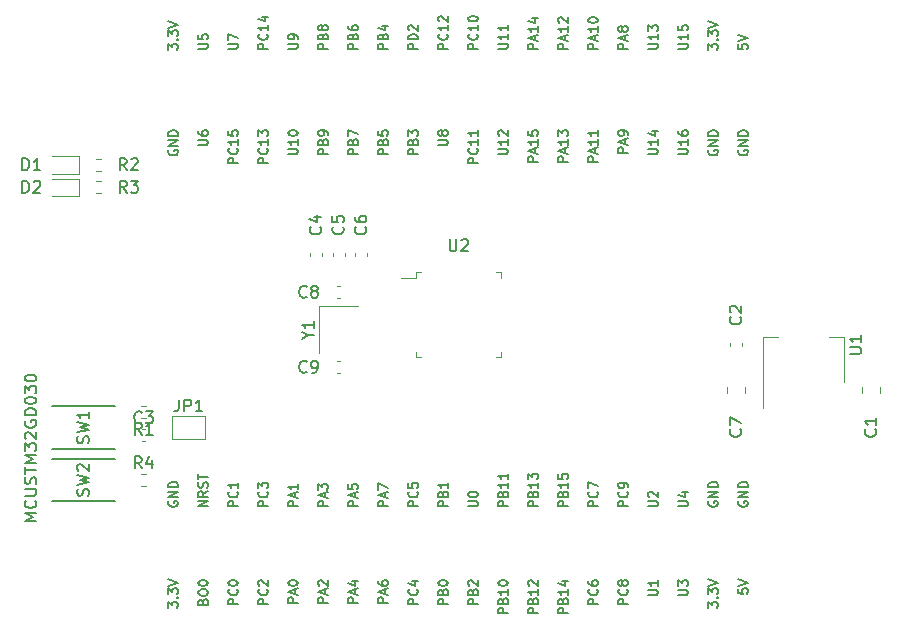
<source format=gbr>
%TF.GenerationSoftware,KiCad,Pcbnew,6.0.4+dfsg-1+b1*%
%TF.CreationDate,2022-05-06T01:05:30+08:00*%
%TF.ProjectId,mcustm32g030,6d637573-746d-4333-9267-3033302e6b69,a*%
%TF.SameCoordinates,Original*%
%TF.FileFunction,Legend,Top*%
%TF.FilePolarity,Positive*%
%FSLAX46Y46*%
G04 Gerber Fmt 4.6, Leading zero omitted, Abs format (unit mm)*
G04 Created by KiCad (PCBNEW 6.0.4+dfsg-1+b1) date 2022-05-06 01:05:30*
%MOMM*%
%LPD*%
G01*
G04 APERTURE LIST*
%ADD10C,0.150000*%
%ADD11C,0.120000*%
G04 APERTURE END LIST*
D10*
%TO.C,C8*%
X114133333Y-93702142D02*
X114085714Y-93749761D01*
X113942857Y-93797380D01*
X113847619Y-93797380D01*
X113704761Y-93749761D01*
X113609523Y-93654523D01*
X113561904Y-93559285D01*
X113514285Y-93368809D01*
X113514285Y-93225952D01*
X113561904Y-93035476D01*
X113609523Y-92940238D01*
X113704761Y-92845000D01*
X113847619Y-92797380D01*
X113942857Y-92797380D01*
X114085714Y-92845000D01*
X114133333Y-92892619D01*
X114704761Y-93225952D02*
X114609523Y-93178333D01*
X114561904Y-93130714D01*
X114514285Y-93035476D01*
X114514285Y-92987857D01*
X114561904Y-92892619D01*
X114609523Y-92845000D01*
X114704761Y-92797380D01*
X114895238Y-92797380D01*
X114990476Y-92845000D01*
X115038095Y-92892619D01*
X115085714Y-92987857D01*
X115085714Y-93035476D01*
X115038095Y-93130714D01*
X114990476Y-93178333D01*
X114895238Y-93225952D01*
X114704761Y-93225952D01*
X114609523Y-93273571D01*
X114561904Y-93321190D01*
X114514285Y-93416428D01*
X114514285Y-93606904D01*
X114561904Y-93702142D01*
X114609523Y-93749761D01*
X114704761Y-93797380D01*
X114895238Y-93797380D01*
X114990476Y-93749761D01*
X115038095Y-93702142D01*
X115085714Y-93606904D01*
X115085714Y-93416428D01*
X115038095Y-93321190D01*
X114990476Y-93273571D01*
X114895238Y-93225952D01*
%TO.C,SW1*%
X95654761Y-106108333D02*
X95702380Y-105965476D01*
X95702380Y-105727380D01*
X95654761Y-105632142D01*
X95607142Y-105584523D01*
X95511904Y-105536904D01*
X95416666Y-105536904D01*
X95321428Y-105584523D01*
X95273809Y-105632142D01*
X95226190Y-105727380D01*
X95178571Y-105917857D01*
X95130952Y-106013095D01*
X95083333Y-106060714D01*
X94988095Y-106108333D01*
X94892857Y-106108333D01*
X94797619Y-106060714D01*
X94750000Y-106013095D01*
X94702380Y-105917857D01*
X94702380Y-105679761D01*
X94750000Y-105536904D01*
X94702380Y-105203571D02*
X95702380Y-104965476D01*
X94988095Y-104775000D01*
X95702380Y-104584523D01*
X94702380Y-104346428D01*
X95702380Y-103441666D02*
X95702380Y-104013095D01*
X95702380Y-103727380D02*
X94702380Y-103727380D01*
X94845238Y-103822619D01*
X94940476Y-103917857D01*
X94988095Y-104013095D01*
%TO.C,R2*%
X98893333Y-83002380D02*
X98560000Y-82526190D01*
X98321904Y-83002380D02*
X98321904Y-82002380D01*
X98702857Y-82002380D01*
X98798095Y-82050000D01*
X98845714Y-82097619D01*
X98893333Y-82192857D01*
X98893333Y-82335714D01*
X98845714Y-82430952D01*
X98798095Y-82478571D01*
X98702857Y-82526190D01*
X98321904Y-82526190D01*
X99274285Y-82097619D02*
X99321904Y-82050000D01*
X99417142Y-82002380D01*
X99655238Y-82002380D01*
X99750476Y-82050000D01*
X99798095Y-82097619D01*
X99845714Y-82192857D01*
X99845714Y-82288095D01*
X99798095Y-82430952D01*
X99226666Y-83002380D01*
X99845714Y-83002380D01*
%TO.C,U1*%
X160107380Y-98551904D02*
X160916904Y-98551904D01*
X161012142Y-98504285D01*
X161059761Y-98456666D01*
X161107380Y-98361428D01*
X161107380Y-98170952D01*
X161059761Y-98075714D01*
X161012142Y-98028095D01*
X160916904Y-97980476D01*
X160107380Y-97980476D01*
X161107380Y-96980476D02*
X161107380Y-97551904D01*
X161107380Y-97266190D02*
X160107380Y-97266190D01*
X160250238Y-97361428D01*
X160345476Y-97456666D01*
X160393095Y-97551904D01*
%TO.C,C4*%
X115292142Y-87796666D02*
X115339761Y-87844285D01*
X115387380Y-87987142D01*
X115387380Y-88082380D01*
X115339761Y-88225238D01*
X115244523Y-88320476D01*
X115149285Y-88368095D01*
X114958809Y-88415714D01*
X114815952Y-88415714D01*
X114625476Y-88368095D01*
X114530238Y-88320476D01*
X114435000Y-88225238D01*
X114387380Y-88082380D01*
X114387380Y-87987142D01*
X114435000Y-87844285D01*
X114482619Y-87796666D01*
X114720714Y-86939523D02*
X115387380Y-86939523D01*
X114339761Y-87177619D02*
X115054047Y-87415714D01*
X115054047Y-86796666D01*
%TO.C,D1*%
X90066904Y-83002380D02*
X90066904Y-82002380D01*
X90305000Y-82002380D01*
X90447857Y-82050000D01*
X90543095Y-82145238D01*
X90590714Y-82240476D01*
X90638333Y-82430952D01*
X90638333Y-82573809D01*
X90590714Y-82764285D01*
X90543095Y-82859523D01*
X90447857Y-82954761D01*
X90305000Y-83002380D01*
X90066904Y-83002380D01*
X91590714Y-83002380D02*
X91019285Y-83002380D01*
X91305000Y-83002380D02*
X91305000Y-82002380D01*
X91209761Y-82145238D01*
X91114523Y-82240476D01*
X91019285Y-82288095D01*
%TO.C,R1*%
X100163333Y-105387380D02*
X99830000Y-104911190D01*
X99591904Y-105387380D02*
X99591904Y-104387380D01*
X99972857Y-104387380D01*
X100068095Y-104435000D01*
X100115714Y-104482619D01*
X100163333Y-104577857D01*
X100163333Y-104720714D01*
X100115714Y-104815952D01*
X100068095Y-104863571D01*
X99972857Y-104911190D01*
X99591904Y-104911190D01*
X101115714Y-105387380D02*
X100544285Y-105387380D01*
X100830000Y-105387380D02*
X100830000Y-104387380D01*
X100734761Y-104530238D01*
X100639523Y-104625476D01*
X100544285Y-104673095D01*
%TO.C,C2*%
X150852142Y-95416666D02*
X150899761Y-95464285D01*
X150947380Y-95607142D01*
X150947380Y-95702380D01*
X150899761Y-95845238D01*
X150804523Y-95940476D01*
X150709285Y-95988095D01*
X150518809Y-96035714D01*
X150375952Y-96035714D01*
X150185476Y-95988095D01*
X150090238Y-95940476D01*
X149995000Y-95845238D01*
X149947380Y-95702380D01*
X149947380Y-95607142D01*
X149995000Y-95464285D01*
X150042619Y-95416666D01*
X150042619Y-95035714D02*
X149995000Y-94988095D01*
X149947380Y-94892857D01*
X149947380Y-94654761D01*
X149995000Y-94559523D01*
X150042619Y-94511904D01*
X150137857Y-94464285D01*
X150233095Y-94464285D01*
X150375952Y-94511904D01*
X150947380Y-95083333D01*
X150947380Y-94464285D01*
%TO.C,U2*%
X126238095Y-88852380D02*
X126238095Y-89661904D01*
X126285714Y-89757142D01*
X126333333Y-89804761D01*
X126428571Y-89852380D01*
X126619047Y-89852380D01*
X126714285Y-89804761D01*
X126761904Y-89757142D01*
X126809523Y-89661904D01*
X126809523Y-88852380D01*
X127238095Y-88947619D02*
X127285714Y-88900000D01*
X127380952Y-88852380D01*
X127619047Y-88852380D01*
X127714285Y-88900000D01*
X127761904Y-88947619D01*
X127809523Y-89042857D01*
X127809523Y-89138095D01*
X127761904Y-89280952D01*
X127190476Y-89852380D01*
X127809523Y-89852380D01*
%TO.C,C3*%
X100163333Y-104337142D02*
X100115714Y-104384761D01*
X99972857Y-104432380D01*
X99877619Y-104432380D01*
X99734761Y-104384761D01*
X99639523Y-104289523D01*
X99591904Y-104194285D01*
X99544285Y-104003809D01*
X99544285Y-103860952D01*
X99591904Y-103670476D01*
X99639523Y-103575238D01*
X99734761Y-103480000D01*
X99877619Y-103432380D01*
X99972857Y-103432380D01*
X100115714Y-103480000D01*
X100163333Y-103527619D01*
X100496666Y-103432380D02*
X101115714Y-103432380D01*
X100782380Y-103813333D01*
X100925238Y-103813333D01*
X101020476Y-103860952D01*
X101068095Y-103908571D01*
X101115714Y-104003809D01*
X101115714Y-104241904D01*
X101068095Y-104337142D01*
X101020476Y-104384761D01*
X100925238Y-104432380D01*
X100639523Y-104432380D01*
X100544285Y-104384761D01*
X100496666Y-104337142D01*
%TO.C,JP1*%
X103306666Y-102427380D02*
X103306666Y-103141666D01*
X103259047Y-103284523D01*
X103163809Y-103379761D01*
X103020952Y-103427380D01*
X102925714Y-103427380D01*
X103782857Y-103427380D02*
X103782857Y-102427380D01*
X104163809Y-102427380D01*
X104259047Y-102475000D01*
X104306666Y-102522619D01*
X104354285Y-102617857D01*
X104354285Y-102760714D01*
X104306666Y-102855952D01*
X104259047Y-102903571D01*
X104163809Y-102951190D01*
X103782857Y-102951190D01*
X105306666Y-103427380D02*
X104735238Y-103427380D01*
X105020952Y-103427380D02*
X105020952Y-102427380D01*
X104925714Y-102570238D01*
X104830476Y-102665476D01*
X104735238Y-102713095D01*
%TO.C,SW2*%
X95654761Y-110553333D02*
X95702380Y-110410476D01*
X95702380Y-110172380D01*
X95654761Y-110077142D01*
X95607142Y-110029523D01*
X95511904Y-109981904D01*
X95416666Y-109981904D01*
X95321428Y-110029523D01*
X95273809Y-110077142D01*
X95226190Y-110172380D01*
X95178571Y-110362857D01*
X95130952Y-110458095D01*
X95083333Y-110505714D01*
X94988095Y-110553333D01*
X94892857Y-110553333D01*
X94797619Y-110505714D01*
X94750000Y-110458095D01*
X94702380Y-110362857D01*
X94702380Y-110124761D01*
X94750000Y-109981904D01*
X94702380Y-109648571D02*
X95702380Y-109410476D01*
X94988095Y-109220000D01*
X95702380Y-109029523D01*
X94702380Y-108791428D01*
X94797619Y-108458095D02*
X94750000Y-108410476D01*
X94702380Y-108315238D01*
X94702380Y-108077142D01*
X94750000Y-107981904D01*
X94797619Y-107934285D01*
X94892857Y-107886666D01*
X94988095Y-107886666D01*
X95130952Y-107934285D01*
X95702380Y-108505714D01*
X95702380Y-107886666D01*
%TO.C,C6*%
X119102142Y-87796666D02*
X119149761Y-87844285D01*
X119197380Y-87987142D01*
X119197380Y-88082380D01*
X119149761Y-88225238D01*
X119054523Y-88320476D01*
X118959285Y-88368095D01*
X118768809Y-88415714D01*
X118625952Y-88415714D01*
X118435476Y-88368095D01*
X118340238Y-88320476D01*
X118245000Y-88225238D01*
X118197380Y-88082380D01*
X118197380Y-87987142D01*
X118245000Y-87844285D01*
X118292619Y-87796666D01*
X118197380Y-86939523D02*
X118197380Y-87130000D01*
X118245000Y-87225238D01*
X118292619Y-87272857D01*
X118435476Y-87368095D01*
X118625952Y-87415714D01*
X119006904Y-87415714D01*
X119102142Y-87368095D01*
X119149761Y-87320476D01*
X119197380Y-87225238D01*
X119197380Y-87034761D01*
X119149761Y-86939523D01*
X119102142Y-86891904D01*
X119006904Y-86844285D01*
X118768809Y-86844285D01*
X118673571Y-86891904D01*
X118625952Y-86939523D01*
X118578333Y-87034761D01*
X118578333Y-87225238D01*
X118625952Y-87320476D01*
X118673571Y-87368095D01*
X118768809Y-87415714D01*
%TO.C,C1*%
X162282142Y-104941666D02*
X162329761Y-104989285D01*
X162377380Y-105132142D01*
X162377380Y-105227380D01*
X162329761Y-105370238D01*
X162234523Y-105465476D01*
X162139285Y-105513095D01*
X161948809Y-105560714D01*
X161805952Y-105560714D01*
X161615476Y-105513095D01*
X161520238Y-105465476D01*
X161425000Y-105370238D01*
X161377380Y-105227380D01*
X161377380Y-105132142D01*
X161425000Y-104989285D01*
X161472619Y-104941666D01*
X162377380Y-103989285D02*
X162377380Y-104560714D01*
X162377380Y-104275000D02*
X161377380Y-104275000D01*
X161520238Y-104370238D01*
X161615476Y-104465476D01*
X161663095Y-104560714D01*
%TO.C,R4*%
X100163333Y-108242380D02*
X99830000Y-107766190D01*
X99591904Y-108242380D02*
X99591904Y-107242380D01*
X99972857Y-107242380D01*
X100068095Y-107290000D01*
X100115714Y-107337619D01*
X100163333Y-107432857D01*
X100163333Y-107575714D01*
X100115714Y-107670952D01*
X100068095Y-107718571D01*
X99972857Y-107766190D01*
X99591904Y-107766190D01*
X101020476Y-107575714D02*
X101020476Y-108242380D01*
X100782380Y-107194761D02*
X100544285Y-107909047D01*
X101163333Y-107909047D01*
%TO.C,C5*%
X117197142Y-87796666D02*
X117244761Y-87844285D01*
X117292380Y-87987142D01*
X117292380Y-88082380D01*
X117244761Y-88225238D01*
X117149523Y-88320476D01*
X117054285Y-88368095D01*
X116863809Y-88415714D01*
X116720952Y-88415714D01*
X116530476Y-88368095D01*
X116435238Y-88320476D01*
X116340000Y-88225238D01*
X116292380Y-88082380D01*
X116292380Y-87987142D01*
X116340000Y-87844285D01*
X116387619Y-87796666D01*
X116292380Y-86891904D02*
X116292380Y-87368095D01*
X116768571Y-87415714D01*
X116720952Y-87368095D01*
X116673333Y-87272857D01*
X116673333Y-87034761D01*
X116720952Y-86939523D01*
X116768571Y-86891904D01*
X116863809Y-86844285D01*
X117101904Y-86844285D01*
X117197142Y-86891904D01*
X117244761Y-86939523D01*
X117292380Y-87034761D01*
X117292380Y-87272857D01*
X117244761Y-87368095D01*
X117197142Y-87415714D01*
%TO.C,Y1*%
X114276190Y-96996190D02*
X114752380Y-96996190D01*
X113752380Y-97329523D02*
X114276190Y-96996190D01*
X113752380Y-96662857D01*
X114752380Y-95805714D02*
X114752380Y-96377142D01*
X114752380Y-96091428D02*
X113752380Y-96091428D01*
X113895238Y-96186666D01*
X113990476Y-96281904D01*
X114038095Y-96377142D01*
%TO.C,R3*%
X98893333Y-84907380D02*
X98560000Y-84431190D01*
X98321904Y-84907380D02*
X98321904Y-83907380D01*
X98702857Y-83907380D01*
X98798095Y-83955000D01*
X98845714Y-84002619D01*
X98893333Y-84097857D01*
X98893333Y-84240714D01*
X98845714Y-84335952D01*
X98798095Y-84383571D01*
X98702857Y-84431190D01*
X98321904Y-84431190D01*
X99226666Y-83907380D02*
X99845714Y-83907380D01*
X99512380Y-84288333D01*
X99655238Y-84288333D01*
X99750476Y-84335952D01*
X99798095Y-84383571D01*
X99845714Y-84478809D01*
X99845714Y-84716904D01*
X99798095Y-84812142D01*
X99750476Y-84859761D01*
X99655238Y-84907380D01*
X99369523Y-84907380D01*
X99274285Y-84859761D01*
X99226666Y-84812142D01*
%TO.C,D2*%
X90066904Y-84907380D02*
X90066904Y-83907380D01*
X90305000Y-83907380D01*
X90447857Y-83955000D01*
X90543095Y-84050238D01*
X90590714Y-84145476D01*
X90638333Y-84335952D01*
X90638333Y-84478809D01*
X90590714Y-84669285D01*
X90543095Y-84764523D01*
X90447857Y-84859761D01*
X90305000Y-84907380D01*
X90066904Y-84907380D01*
X91019285Y-84002619D02*
X91066904Y-83955000D01*
X91162142Y-83907380D01*
X91400238Y-83907380D01*
X91495476Y-83955000D01*
X91543095Y-84002619D01*
X91590714Y-84097857D01*
X91590714Y-84193095D01*
X91543095Y-84335952D01*
X90971666Y-84907380D01*
X91590714Y-84907380D01*
%TO.C,C7*%
X150852142Y-104941666D02*
X150899761Y-104989285D01*
X150947380Y-105132142D01*
X150947380Y-105227380D01*
X150899761Y-105370238D01*
X150804523Y-105465476D01*
X150709285Y-105513095D01*
X150518809Y-105560714D01*
X150375952Y-105560714D01*
X150185476Y-105513095D01*
X150090238Y-105465476D01*
X149995000Y-105370238D01*
X149947380Y-105227380D01*
X149947380Y-105132142D01*
X149995000Y-104989285D01*
X150042619Y-104941666D01*
X149947380Y-104608333D02*
X149947380Y-103941666D01*
X150947380Y-104370238D01*
%TO.C,C9*%
X114133333Y-100052142D02*
X114085714Y-100099761D01*
X113942857Y-100147380D01*
X113847619Y-100147380D01*
X113704761Y-100099761D01*
X113609523Y-100004523D01*
X113561904Y-99909285D01*
X113514285Y-99718809D01*
X113514285Y-99575952D01*
X113561904Y-99385476D01*
X113609523Y-99290238D01*
X113704761Y-99195000D01*
X113847619Y-99147380D01*
X113942857Y-99147380D01*
X114085714Y-99195000D01*
X114133333Y-99242619D01*
X114609523Y-100147380D02*
X114800000Y-100147380D01*
X114895238Y-100099761D01*
X114942857Y-100052142D01*
X115038095Y-99909285D01*
X115085714Y-99718809D01*
X115085714Y-99337857D01*
X115038095Y-99242619D01*
X114990476Y-99195000D01*
X114895238Y-99147380D01*
X114704761Y-99147380D01*
X114609523Y-99195000D01*
X114561904Y-99242619D01*
X114514285Y-99337857D01*
X114514285Y-99575952D01*
X114561904Y-99671190D01*
X114609523Y-99718809D01*
X114704761Y-99766428D01*
X114895238Y-99766428D01*
X114990476Y-99718809D01*
X115038095Y-99671190D01*
X115085714Y-99575952D01*
%TO.C,J1*%
X138791904Y-72737023D02*
X137991904Y-72737023D01*
X137991904Y-72432261D01*
X138030000Y-72356071D01*
X138068095Y-72317976D01*
X138144285Y-72279880D01*
X138258571Y-72279880D01*
X138334761Y-72317976D01*
X138372857Y-72356071D01*
X138410952Y-72432261D01*
X138410952Y-72737023D01*
X138563333Y-71975119D02*
X138563333Y-71594166D01*
X138791904Y-72051309D02*
X137991904Y-71784642D01*
X138791904Y-71517976D01*
X138791904Y-70832261D02*
X138791904Y-71289404D01*
X138791904Y-71060833D02*
X137991904Y-71060833D01*
X138106190Y-71137023D01*
X138182380Y-71213214D01*
X138220476Y-71289404D01*
X137991904Y-70337023D02*
X137991904Y-70260833D01*
X138030000Y-70184642D01*
X138068095Y-70146547D01*
X138144285Y-70108452D01*
X138296666Y-70070357D01*
X138487142Y-70070357D01*
X138639523Y-70108452D01*
X138715714Y-70146547D01*
X138753809Y-70184642D01*
X138791904Y-70260833D01*
X138791904Y-70337023D01*
X138753809Y-70413214D01*
X138715714Y-70451309D01*
X138639523Y-70489404D01*
X138487142Y-70527500D01*
X138296666Y-70527500D01*
X138144285Y-70489404D01*
X138068095Y-70451309D01*
X138030000Y-70413214D01*
X137991904Y-70337023D01*
X145611904Y-111472023D02*
X146259523Y-111472023D01*
X146335714Y-111433928D01*
X146373809Y-111395833D01*
X146411904Y-111319642D01*
X146411904Y-111167261D01*
X146373809Y-111091071D01*
X146335714Y-111052976D01*
X146259523Y-111014880D01*
X145611904Y-111014880D01*
X145878571Y-110291071D02*
X146411904Y-110291071D01*
X145573809Y-110481547D02*
X146145238Y-110672023D01*
X146145238Y-110176785D01*
X136251904Y-82291547D02*
X135451904Y-82291547D01*
X135451904Y-81986785D01*
X135490000Y-81910595D01*
X135528095Y-81872500D01*
X135604285Y-81834404D01*
X135718571Y-81834404D01*
X135794761Y-81872500D01*
X135832857Y-81910595D01*
X135870952Y-81986785D01*
X135870952Y-82291547D01*
X136023333Y-81529642D02*
X136023333Y-81148690D01*
X136251904Y-81605833D02*
X135451904Y-81339166D01*
X136251904Y-81072500D01*
X136251904Y-80386785D02*
X136251904Y-80843928D01*
X136251904Y-80615357D02*
X135451904Y-80615357D01*
X135566190Y-80691547D01*
X135642380Y-80767738D01*
X135680476Y-80843928D01*
X135451904Y-80120119D02*
X135451904Y-79624880D01*
X135756666Y-79891547D01*
X135756666Y-79777261D01*
X135794761Y-79701071D01*
X135832857Y-79662976D01*
X135909047Y-79624880D01*
X136099523Y-79624880D01*
X136175714Y-79662976D01*
X136213809Y-79701071D01*
X136251904Y-79777261D01*
X136251904Y-80005833D01*
X136213809Y-80082023D01*
X136175714Y-80120119D01*
X115931904Y-81643928D02*
X115131904Y-81643928D01*
X115131904Y-81339166D01*
X115170000Y-81262976D01*
X115208095Y-81224880D01*
X115284285Y-81186785D01*
X115398571Y-81186785D01*
X115474761Y-81224880D01*
X115512857Y-81262976D01*
X115550952Y-81339166D01*
X115550952Y-81643928D01*
X115512857Y-80577261D02*
X115550952Y-80462976D01*
X115589047Y-80424880D01*
X115665238Y-80386785D01*
X115779523Y-80386785D01*
X115855714Y-80424880D01*
X115893809Y-80462976D01*
X115931904Y-80539166D01*
X115931904Y-80843928D01*
X115131904Y-80843928D01*
X115131904Y-80577261D01*
X115170000Y-80501071D01*
X115208095Y-80462976D01*
X115284285Y-80424880D01*
X115360476Y-80424880D01*
X115436666Y-80462976D01*
X115474761Y-80501071D01*
X115512857Y-80577261D01*
X115512857Y-80843928D01*
X115931904Y-80005833D02*
X115931904Y-79853452D01*
X115893809Y-79777261D01*
X115855714Y-79739166D01*
X115741428Y-79662976D01*
X115589047Y-79624880D01*
X115284285Y-79624880D01*
X115208095Y-79662976D01*
X115170000Y-79701071D01*
X115131904Y-79777261D01*
X115131904Y-79929642D01*
X115170000Y-80005833D01*
X115208095Y-80043928D01*
X115284285Y-80082023D01*
X115474761Y-80082023D01*
X115550952Y-80043928D01*
X115589047Y-80005833D01*
X115627142Y-79929642D01*
X115627142Y-79777261D01*
X115589047Y-79701071D01*
X115550952Y-79662976D01*
X115474761Y-79624880D01*
X121011904Y-111472023D02*
X120211904Y-111472023D01*
X120211904Y-111167261D01*
X120250000Y-111091071D01*
X120288095Y-111052976D01*
X120364285Y-111014880D01*
X120478571Y-111014880D01*
X120554761Y-111052976D01*
X120592857Y-111091071D01*
X120630952Y-111167261D01*
X120630952Y-111472023D01*
X120783333Y-110710119D02*
X120783333Y-110329166D01*
X121011904Y-110786309D02*
X120211904Y-110519642D01*
X121011904Y-110252976D01*
X120211904Y-110062500D02*
X120211904Y-109529166D01*
X121011904Y-109872023D01*
X105352857Y-119515357D02*
X105390952Y-119401071D01*
X105429047Y-119362976D01*
X105505238Y-119324880D01*
X105619523Y-119324880D01*
X105695714Y-119362976D01*
X105733809Y-119401071D01*
X105771904Y-119477261D01*
X105771904Y-119782023D01*
X104971904Y-119782023D01*
X104971904Y-119515357D01*
X105010000Y-119439166D01*
X105048095Y-119401071D01*
X105124285Y-119362976D01*
X105200476Y-119362976D01*
X105276666Y-119401071D01*
X105314761Y-119439166D01*
X105352857Y-119515357D01*
X105352857Y-119782023D01*
X104971904Y-118829642D02*
X104971904Y-118677261D01*
X105010000Y-118601071D01*
X105086190Y-118524880D01*
X105238571Y-118486785D01*
X105505238Y-118486785D01*
X105657619Y-118524880D01*
X105733809Y-118601071D01*
X105771904Y-118677261D01*
X105771904Y-118829642D01*
X105733809Y-118905833D01*
X105657619Y-118982023D01*
X105505238Y-119020119D01*
X105238571Y-119020119D01*
X105086190Y-118982023D01*
X105010000Y-118905833D01*
X104971904Y-118829642D01*
X104971904Y-117991547D02*
X104971904Y-117915357D01*
X105010000Y-117839166D01*
X105048095Y-117801071D01*
X105124285Y-117762976D01*
X105276666Y-117724880D01*
X105467142Y-117724880D01*
X105619523Y-117762976D01*
X105695714Y-117801071D01*
X105733809Y-117839166D01*
X105771904Y-117915357D01*
X105771904Y-117991547D01*
X105733809Y-118067738D01*
X105695714Y-118105833D01*
X105619523Y-118143928D01*
X105467142Y-118182023D01*
X105276666Y-118182023D01*
X105124285Y-118143928D01*
X105048095Y-118105833D01*
X105010000Y-118067738D01*
X104971904Y-117991547D01*
X113391904Y-111472023D02*
X112591904Y-111472023D01*
X112591904Y-111167261D01*
X112630000Y-111091071D01*
X112668095Y-111052976D01*
X112744285Y-111014880D01*
X112858571Y-111014880D01*
X112934761Y-111052976D01*
X112972857Y-111091071D01*
X113010952Y-111167261D01*
X113010952Y-111472023D01*
X113163333Y-110710119D02*
X113163333Y-110329166D01*
X113391904Y-110786309D02*
X112591904Y-110519642D01*
X113391904Y-110252976D01*
X113391904Y-109567261D02*
X113391904Y-110024404D01*
X113391904Y-109795833D02*
X112591904Y-109795833D01*
X112706190Y-109872023D01*
X112782380Y-109948214D01*
X112820476Y-110024404D01*
X128631904Y-82405833D02*
X127831904Y-82405833D01*
X127831904Y-82101071D01*
X127870000Y-82024880D01*
X127908095Y-81986785D01*
X127984285Y-81948690D01*
X128098571Y-81948690D01*
X128174761Y-81986785D01*
X128212857Y-82024880D01*
X128250952Y-82101071D01*
X128250952Y-82405833D01*
X128555714Y-81148690D02*
X128593809Y-81186785D01*
X128631904Y-81301071D01*
X128631904Y-81377261D01*
X128593809Y-81491547D01*
X128517619Y-81567738D01*
X128441428Y-81605833D01*
X128289047Y-81643928D01*
X128174761Y-81643928D01*
X128022380Y-81605833D01*
X127946190Y-81567738D01*
X127870000Y-81491547D01*
X127831904Y-81377261D01*
X127831904Y-81301071D01*
X127870000Y-81186785D01*
X127908095Y-81148690D01*
X128631904Y-80386785D02*
X128631904Y-80843928D01*
X128631904Y-80615357D02*
X127831904Y-80615357D01*
X127946190Y-80691547D01*
X128022380Y-80767738D01*
X128060476Y-80843928D01*
X128631904Y-79624880D02*
X128631904Y-80082023D01*
X128631904Y-79853452D02*
X127831904Y-79853452D01*
X127946190Y-79929642D01*
X128022380Y-80005833D01*
X128060476Y-80082023D01*
X143071904Y-81643928D02*
X143719523Y-81643928D01*
X143795714Y-81605833D01*
X143833809Y-81567738D01*
X143871904Y-81491547D01*
X143871904Y-81339166D01*
X143833809Y-81262976D01*
X143795714Y-81224880D01*
X143719523Y-81186785D01*
X143071904Y-81186785D01*
X143871904Y-80386785D02*
X143871904Y-80843928D01*
X143871904Y-80615357D02*
X143071904Y-80615357D01*
X143186190Y-80691547D01*
X143262380Y-80767738D01*
X143300476Y-80843928D01*
X143338571Y-79701071D02*
X143871904Y-79701071D01*
X143033809Y-79891547D02*
X143605238Y-80082023D01*
X143605238Y-79586785D01*
X136251904Y-120505833D02*
X135451904Y-120505833D01*
X135451904Y-120201071D01*
X135490000Y-120124880D01*
X135528095Y-120086785D01*
X135604285Y-120048690D01*
X135718571Y-120048690D01*
X135794761Y-120086785D01*
X135832857Y-120124880D01*
X135870952Y-120201071D01*
X135870952Y-120505833D01*
X135832857Y-119439166D02*
X135870952Y-119324880D01*
X135909047Y-119286785D01*
X135985238Y-119248690D01*
X136099523Y-119248690D01*
X136175714Y-119286785D01*
X136213809Y-119324880D01*
X136251904Y-119401071D01*
X136251904Y-119705833D01*
X135451904Y-119705833D01*
X135451904Y-119439166D01*
X135490000Y-119362976D01*
X135528095Y-119324880D01*
X135604285Y-119286785D01*
X135680476Y-119286785D01*
X135756666Y-119324880D01*
X135794761Y-119362976D01*
X135832857Y-119439166D01*
X135832857Y-119705833D01*
X136251904Y-118486785D02*
X136251904Y-118943928D01*
X136251904Y-118715357D02*
X135451904Y-118715357D01*
X135566190Y-118791547D01*
X135642380Y-118867738D01*
X135680476Y-118943928D01*
X135718571Y-117801071D02*
X136251904Y-117801071D01*
X135413809Y-117991547D02*
X135985238Y-118182023D01*
X135985238Y-117686785D01*
X130371904Y-72737023D02*
X131019523Y-72737023D01*
X131095714Y-72698928D01*
X131133809Y-72660833D01*
X131171904Y-72584642D01*
X131171904Y-72432261D01*
X131133809Y-72356071D01*
X131095714Y-72317976D01*
X131019523Y-72279880D01*
X130371904Y-72279880D01*
X131171904Y-71479880D02*
X131171904Y-71937023D01*
X131171904Y-71708452D02*
X130371904Y-71708452D01*
X130486190Y-71784642D01*
X130562380Y-71860833D01*
X130600476Y-71937023D01*
X131171904Y-70717976D02*
X131171904Y-71175119D01*
X131171904Y-70946547D02*
X130371904Y-70946547D01*
X130486190Y-71022738D01*
X130562380Y-71098928D01*
X130600476Y-71175119D01*
X121011904Y-81643928D02*
X120211904Y-81643928D01*
X120211904Y-81339166D01*
X120250000Y-81262976D01*
X120288095Y-81224880D01*
X120364285Y-81186785D01*
X120478571Y-81186785D01*
X120554761Y-81224880D01*
X120592857Y-81262976D01*
X120630952Y-81339166D01*
X120630952Y-81643928D01*
X120592857Y-80577261D02*
X120630952Y-80462976D01*
X120669047Y-80424880D01*
X120745238Y-80386785D01*
X120859523Y-80386785D01*
X120935714Y-80424880D01*
X120973809Y-80462976D01*
X121011904Y-80539166D01*
X121011904Y-80843928D01*
X120211904Y-80843928D01*
X120211904Y-80577261D01*
X120250000Y-80501071D01*
X120288095Y-80462976D01*
X120364285Y-80424880D01*
X120440476Y-80424880D01*
X120516666Y-80462976D01*
X120554761Y-80501071D01*
X120592857Y-80577261D01*
X120592857Y-80843928D01*
X120211904Y-79662976D02*
X120211904Y-80043928D01*
X120592857Y-80082023D01*
X120554761Y-80043928D01*
X120516666Y-79967738D01*
X120516666Y-79777261D01*
X120554761Y-79701071D01*
X120592857Y-79662976D01*
X120669047Y-79624880D01*
X120859523Y-79624880D01*
X120935714Y-79662976D01*
X120973809Y-79701071D01*
X121011904Y-79777261D01*
X121011904Y-79967738D01*
X120973809Y-80043928D01*
X120935714Y-80082023D01*
X138791904Y-82291547D02*
X137991904Y-82291547D01*
X137991904Y-81986785D01*
X138030000Y-81910595D01*
X138068095Y-81872500D01*
X138144285Y-81834404D01*
X138258571Y-81834404D01*
X138334761Y-81872500D01*
X138372857Y-81910595D01*
X138410952Y-81986785D01*
X138410952Y-82291547D01*
X138563333Y-81529642D02*
X138563333Y-81148690D01*
X138791904Y-81605833D02*
X137991904Y-81339166D01*
X138791904Y-81072500D01*
X138791904Y-80386785D02*
X138791904Y-80843928D01*
X138791904Y-80615357D02*
X137991904Y-80615357D01*
X138106190Y-80691547D01*
X138182380Y-80767738D01*
X138220476Y-80843928D01*
X138791904Y-79624880D02*
X138791904Y-80082023D01*
X138791904Y-79853452D02*
X137991904Y-79853452D01*
X138106190Y-79929642D01*
X138182380Y-80005833D01*
X138220476Y-80082023D01*
X113391904Y-119629642D02*
X112591904Y-119629642D01*
X112591904Y-119324880D01*
X112630000Y-119248690D01*
X112668095Y-119210595D01*
X112744285Y-119172500D01*
X112858571Y-119172500D01*
X112934761Y-119210595D01*
X112972857Y-119248690D01*
X113010952Y-119324880D01*
X113010952Y-119629642D01*
X113163333Y-118867738D02*
X113163333Y-118486785D01*
X113391904Y-118943928D02*
X112591904Y-118677261D01*
X113391904Y-118410595D01*
X112591904Y-117991547D02*
X112591904Y-117915357D01*
X112630000Y-117839166D01*
X112668095Y-117801071D01*
X112744285Y-117762976D01*
X112896666Y-117724880D01*
X113087142Y-117724880D01*
X113239523Y-117762976D01*
X113315714Y-117801071D01*
X113353809Y-117839166D01*
X113391904Y-117915357D01*
X113391904Y-117991547D01*
X113353809Y-118067738D01*
X113315714Y-118105833D01*
X113239523Y-118143928D01*
X113087142Y-118182023D01*
X112896666Y-118182023D01*
X112744285Y-118143928D01*
X112668095Y-118105833D01*
X112630000Y-118067738D01*
X112591904Y-117991547D01*
X102470000Y-81301071D02*
X102431904Y-81377261D01*
X102431904Y-81491547D01*
X102470000Y-81605833D01*
X102546190Y-81682023D01*
X102622380Y-81720119D01*
X102774761Y-81758214D01*
X102889047Y-81758214D01*
X103041428Y-81720119D01*
X103117619Y-81682023D01*
X103193809Y-81605833D01*
X103231904Y-81491547D01*
X103231904Y-81415357D01*
X103193809Y-81301071D01*
X103155714Y-81262976D01*
X102889047Y-81262976D01*
X102889047Y-81415357D01*
X103231904Y-80920119D02*
X102431904Y-80920119D01*
X103231904Y-80462976D01*
X102431904Y-80462976D01*
X103231904Y-80082023D02*
X102431904Y-80082023D01*
X102431904Y-79891547D01*
X102470000Y-79777261D01*
X102546190Y-79701071D01*
X102622380Y-79662976D01*
X102774761Y-79624880D01*
X102889047Y-79624880D01*
X103041428Y-79662976D01*
X103117619Y-79701071D01*
X103193809Y-79777261D01*
X103231904Y-79891547D01*
X103231904Y-80082023D01*
X123551904Y-72737023D02*
X122751904Y-72737023D01*
X122751904Y-72432261D01*
X122790000Y-72356071D01*
X122828095Y-72317976D01*
X122904285Y-72279880D01*
X123018571Y-72279880D01*
X123094761Y-72317976D01*
X123132857Y-72356071D01*
X123170952Y-72432261D01*
X123170952Y-72737023D01*
X123551904Y-71937023D02*
X122751904Y-71937023D01*
X122751904Y-71746547D01*
X122790000Y-71632261D01*
X122866190Y-71556071D01*
X122942380Y-71517976D01*
X123094761Y-71479880D01*
X123209047Y-71479880D01*
X123361428Y-71517976D01*
X123437619Y-71556071D01*
X123513809Y-71632261D01*
X123551904Y-71746547D01*
X123551904Y-71937023D01*
X122828095Y-71175119D02*
X122790000Y-71137023D01*
X122751904Y-71060833D01*
X122751904Y-70870357D01*
X122790000Y-70794166D01*
X122828095Y-70756071D01*
X122904285Y-70717976D01*
X122980476Y-70717976D01*
X123094761Y-70756071D01*
X123551904Y-71213214D01*
X123551904Y-70717976D01*
X121011904Y-72737023D02*
X120211904Y-72737023D01*
X120211904Y-72432261D01*
X120250000Y-72356071D01*
X120288095Y-72317976D01*
X120364285Y-72279880D01*
X120478571Y-72279880D01*
X120554761Y-72317976D01*
X120592857Y-72356071D01*
X120630952Y-72432261D01*
X120630952Y-72737023D01*
X120592857Y-71670357D02*
X120630952Y-71556071D01*
X120669047Y-71517976D01*
X120745238Y-71479880D01*
X120859523Y-71479880D01*
X120935714Y-71517976D01*
X120973809Y-71556071D01*
X121011904Y-71632261D01*
X121011904Y-71937023D01*
X120211904Y-71937023D01*
X120211904Y-71670357D01*
X120250000Y-71594166D01*
X120288095Y-71556071D01*
X120364285Y-71517976D01*
X120440476Y-71517976D01*
X120516666Y-71556071D01*
X120554761Y-71594166D01*
X120592857Y-71670357D01*
X120592857Y-71937023D01*
X120478571Y-70794166D02*
X121011904Y-70794166D01*
X120173809Y-70984642D02*
X120745238Y-71175119D01*
X120745238Y-70679880D01*
X125291904Y-80882023D02*
X125939523Y-80882023D01*
X126015714Y-80843928D01*
X126053809Y-80805833D01*
X126091904Y-80729642D01*
X126091904Y-80577261D01*
X126053809Y-80501071D01*
X126015714Y-80462976D01*
X125939523Y-80424880D01*
X125291904Y-80424880D01*
X125634761Y-79929642D02*
X125596666Y-80005833D01*
X125558571Y-80043928D01*
X125482380Y-80082023D01*
X125444285Y-80082023D01*
X125368095Y-80043928D01*
X125330000Y-80005833D01*
X125291904Y-79929642D01*
X125291904Y-79777261D01*
X125330000Y-79701071D01*
X125368095Y-79662976D01*
X125444285Y-79624880D01*
X125482380Y-79624880D01*
X125558571Y-79662976D01*
X125596666Y-79701071D01*
X125634761Y-79777261D01*
X125634761Y-79929642D01*
X125672857Y-80005833D01*
X125710952Y-80043928D01*
X125787142Y-80082023D01*
X125939523Y-80082023D01*
X126015714Y-80043928D01*
X126053809Y-80005833D01*
X126091904Y-79929642D01*
X126091904Y-79777261D01*
X126053809Y-79701071D01*
X126015714Y-79662976D01*
X125939523Y-79624880D01*
X125787142Y-79624880D01*
X125710952Y-79662976D01*
X125672857Y-79701071D01*
X125634761Y-79777261D01*
X123551904Y-119743928D02*
X122751904Y-119743928D01*
X122751904Y-119439166D01*
X122790000Y-119362976D01*
X122828095Y-119324880D01*
X122904285Y-119286785D01*
X123018571Y-119286785D01*
X123094761Y-119324880D01*
X123132857Y-119362976D01*
X123170952Y-119439166D01*
X123170952Y-119743928D01*
X123475714Y-118486785D02*
X123513809Y-118524880D01*
X123551904Y-118639166D01*
X123551904Y-118715357D01*
X123513809Y-118829642D01*
X123437619Y-118905833D01*
X123361428Y-118943928D01*
X123209047Y-118982023D01*
X123094761Y-118982023D01*
X122942380Y-118943928D01*
X122866190Y-118905833D01*
X122790000Y-118829642D01*
X122751904Y-118715357D01*
X122751904Y-118639166D01*
X122790000Y-118524880D01*
X122828095Y-118486785D01*
X123018571Y-117801071D02*
X123551904Y-117801071D01*
X122713809Y-117991547D02*
X123285238Y-118182023D01*
X123285238Y-117686785D01*
X110851904Y-119743928D02*
X110051904Y-119743928D01*
X110051904Y-119439166D01*
X110090000Y-119362976D01*
X110128095Y-119324880D01*
X110204285Y-119286785D01*
X110318571Y-119286785D01*
X110394761Y-119324880D01*
X110432857Y-119362976D01*
X110470952Y-119439166D01*
X110470952Y-119743928D01*
X110775714Y-118486785D02*
X110813809Y-118524880D01*
X110851904Y-118639166D01*
X110851904Y-118715357D01*
X110813809Y-118829642D01*
X110737619Y-118905833D01*
X110661428Y-118943928D01*
X110509047Y-118982023D01*
X110394761Y-118982023D01*
X110242380Y-118943928D01*
X110166190Y-118905833D01*
X110090000Y-118829642D01*
X110051904Y-118715357D01*
X110051904Y-118639166D01*
X110090000Y-118524880D01*
X110128095Y-118486785D01*
X110128095Y-118182023D02*
X110090000Y-118143928D01*
X110051904Y-118067738D01*
X110051904Y-117877261D01*
X110090000Y-117801071D01*
X110128095Y-117762976D01*
X110204285Y-117724880D01*
X110280476Y-117724880D01*
X110394761Y-117762976D01*
X110851904Y-118220119D01*
X110851904Y-117724880D01*
X145611904Y-72737023D02*
X146259523Y-72737023D01*
X146335714Y-72698928D01*
X146373809Y-72660833D01*
X146411904Y-72584642D01*
X146411904Y-72432261D01*
X146373809Y-72356071D01*
X146335714Y-72317976D01*
X146259523Y-72279880D01*
X145611904Y-72279880D01*
X146411904Y-71479880D02*
X146411904Y-71937023D01*
X146411904Y-71708452D02*
X145611904Y-71708452D01*
X145726190Y-71784642D01*
X145802380Y-71860833D01*
X145840476Y-71937023D01*
X145611904Y-70756071D02*
X145611904Y-71137023D01*
X145992857Y-71175119D01*
X145954761Y-71137023D01*
X145916666Y-71060833D01*
X145916666Y-70870357D01*
X145954761Y-70794166D01*
X145992857Y-70756071D01*
X146069047Y-70717976D01*
X146259523Y-70717976D01*
X146335714Y-70756071D01*
X146373809Y-70794166D01*
X146411904Y-70870357D01*
X146411904Y-71060833D01*
X146373809Y-71137023D01*
X146335714Y-71175119D01*
X112591904Y-81643928D02*
X113239523Y-81643928D01*
X113315714Y-81605833D01*
X113353809Y-81567738D01*
X113391904Y-81491547D01*
X113391904Y-81339166D01*
X113353809Y-81262976D01*
X113315714Y-81224880D01*
X113239523Y-81186785D01*
X112591904Y-81186785D01*
X113391904Y-80386785D02*
X113391904Y-80843928D01*
X113391904Y-80615357D02*
X112591904Y-80615357D01*
X112706190Y-80691547D01*
X112782380Y-80767738D01*
X112820476Y-80843928D01*
X112591904Y-79891547D02*
X112591904Y-79815357D01*
X112630000Y-79739166D01*
X112668095Y-79701071D01*
X112744285Y-79662976D01*
X112896666Y-79624880D01*
X113087142Y-79624880D01*
X113239523Y-79662976D01*
X113315714Y-79701071D01*
X113353809Y-79739166D01*
X113391904Y-79815357D01*
X113391904Y-79891547D01*
X113353809Y-79967738D01*
X113315714Y-80005833D01*
X113239523Y-80043928D01*
X113087142Y-80082023D01*
X112896666Y-80082023D01*
X112744285Y-80043928D01*
X112668095Y-80005833D01*
X112630000Y-79967738D01*
X112591904Y-79891547D01*
X133711904Y-82291547D02*
X132911904Y-82291547D01*
X132911904Y-81986785D01*
X132950000Y-81910595D01*
X132988095Y-81872500D01*
X133064285Y-81834404D01*
X133178571Y-81834404D01*
X133254761Y-81872500D01*
X133292857Y-81910595D01*
X133330952Y-81986785D01*
X133330952Y-82291547D01*
X133483333Y-81529642D02*
X133483333Y-81148690D01*
X133711904Y-81605833D02*
X132911904Y-81339166D01*
X133711904Y-81072500D01*
X133711904Y-80386785D02*
X133711904Y-80843928D01*
X133711904Y-80615357D02*
X132911904Y-80615357D01*
X133026190Y-80691547D01*
X133102380Y-80767738D01*
X133140476Y-80843928D01*
X132911904Y-79662976D02*
X132911904Y-80043928D01*
X133292857Y-80082023D01*
X133254761Y-80043928D01*
X133216666Y-79967738D01*
X133216666Y-79777261D01*
X133254761Y-79701071D01*
X133292857Y-79662976D01*
X133369047Y-79624880D01*
X133559523Y-79624880D01*
X133635714Y-79662976D01*
X133673809Y-79701071D01*
X133711904Y-79777261D01*
X133711904Y-79967738D01*
X133673809Y-80043928D01*
X133635714Y-80082023D01*
X141331904Y-72737023D02*
X140531904Y-72737023D01*
X140531904Y-72432261D01*
X140570000Y-72356071D01*
X140608095Y-72317976D01*
X140684285Y-72279880D01*
X140798571Y-72279880D01*
X140874761Y-72317976D01*
X140912857Y-72356071D01*
X140950952Y-72432261D01*
X140950952Y-72737023D01*
X141103333Y-71975119D02*
X141103333Y-71594166D01*
X141331904Y-72051309D02*
X140531904Y-71784642D01*
X141331904Y-71517976D01*
X140874761Y-71137023D02*
X140836666Y-71213214D01*
X140798571Y-71251309D01*
X140722380Y-71289404D01*
X140684285Y-71289404D01*
X140608095Y-71251309D01*
X140570000Y-71213214D01*
X140531904Y-71137023D01*
X140531904Y-70984642D01*
X140570000Y-70908452D01*
X140608095Y-70870357D01*
X140684285Y-70832261D01*
X140722380Y-70832261D01*
X140798571Y-70870357D01*
X140836666Y-70908452D01*
X140874761Y-70984642D01*
X140874761Y-71137023D01*
X140912857Y-71213214D01*
X140950952Y-71251309D01*
X141027142Y-71289404D01*
X141179523Y-71289404D01*
X141255714Y-71251309D01*
X141293809Y-71213214D01*
X141331904Y-71137023D01*
X141331904Y-70984642D01*
X141293809Y-70908452D01*
X141255714Y-70870357D01*
X141179523Y-70832261D01*
X141027142Y-70832261D01*
X140950952Y-70870357D01*
X140912857Y-70908452D01*
X140874761Y-70984642D01*
X143071904Y-118982023D02*
X143719523Y-118982023D01*
X143795714Y-118943928D01*
X143833809Y-118905833D01*
X143871904Y-118829642D01*
X143871904Y-118677261D01*
X143833809Y-118601071D01*
X143795714Y-118562976D01*
X143719523Y-118524880D01*
X143071904Y-118524880D01*
X143871904Y-117724880D02*
X143871904Y-118182023D01*
X143871904Y-117953452D02*
X143071904Y-117953452D01*
X143186190Y-118029642D01*
X143262380Y-118105833D01*
X143300476Y-118182023D01*
X145611904Y-81643928D02*
X146259523Y-81643928D01*
X146335714Y-81605833D01*
X146373809Y-81567738D01*
X146411904Y-81491547D01*
X146411904Y-81339166D01*
X146373809Y-81262976D01*
X146335714Y-81224880D01*
X146259523Y-81186785D01*
X145611904Y-81186785D01*
X146411904Y-80386785D02*
X146411904Y-80843928D01*
X146411904Y-80615357D02*
X145611904Y-80615357D01*
X145726190Y-80691547D01*
X145802380Y-80767738D01*
X145840476Y-80843928D01*
X145611904Y-79701071D02*
X145611904Y-79853452D01*
X145650000Y-79929642D01*
X145688095Y-79967738D01*
X145802380Y-80043928D01*
X145954761Y-80082023D01*
X146259523Y-80082023D01*
X146335714Y-80043928D01*
X146373809Y-80005833D01*
X146411904Y-79929642D01*
X146411904Y-79777261D01*
X146373809Y-79701071D01*
X146335714Y-79662976D01*
X146259523Y-79624880D01*
X146069047Y-79624880D01*
X145992857Y-79662976D01*
X145954761Y-79701071D01*
X145916666Y-79777261D01*
X145916666Y-79929642D01*
X145954761Y-80005833D01*
X145992857Y-80043928D01*
X146069047Y-80082023D01*
X136251904Y-111472023D02*
X135451904Y-111472023D01*
X135451904Y-111167261D01*
X135490000Y-111091071D01*
X135528095Y-111052976D01*
X135604285Y-111014880D01*
X135718571Y-111014880D01*
X135794761Y-111052976D01*
X135832857Y-111091071D01*
X135870952Y-111167261D01*
X135870952Y-111472023D01*
X135832857Y-110405357D02*
X135870952Y-110291071D01*
X135909047Y-110252976D01*
X135985238Y-110214880D01*
X136099523Y-110214880D01*
X136175714Y-110252976D01*
X136213809Y-110291071D01*
X136251904Y-110367261D01*
X136251904Y-110672023D01*
X135451904Y-110672023D01*
X135451904Y-110405357D01*
X135490000Y-110329166D01*
X135528095Y-110291071D01*
X135604285Y-110252976D01*
X135680476Y-110252976D01*
X135756666Y-110291071D01*
X135794761Y-110329166D01*
X135832857Y-110405357D01*
X135832857Y-110672023D01*
X136251904Y-109452976D02*
X136251904Y-109910119D01*
X136251904Y-109681547D02*
X135451904Y-109681547D01*
X135566190Y-109757738D01*
X135642380Y-109833928D01*
X135680476Y-109910119D01*
X135451904Y-108729166D02*
X135451904Y-109110119D01*
X135832857Y-109148214D01*
X135794761Y-109110119D01*
X135756666Y-109033928D01*
X135756666Y-108843452D01*
X135794761Y-108767261D01*
X135832857Y-108729166D01*
X135909047Y-108691071D01*
X136099523Y-108691071D01*
X136175714Y-108729166D01*
X136213809Y-108767261D01*
X136251904Y-108843452D01*
X136251904Y-109033928D01*
X136213809Y-109110119D01*
X136175714Y-109148214D01*
X133711904Y-111472023D02*
X132911904Y-111472023D01*
X132911904Y-111167261D01*
X132950000Y-111091071D01*
X132988095Y-111052976D01*
X133064285Y-111014880D01*
X133178571Y-111014880D01*
X133254761Y-111052976D01*
X133292857Y-111091071D01*
X133330952Y-111167261D01*
X133330952Y-111472023D01*
X133292857Y-110405357D02*
X133330952Y-110291071D01*
X133369047Y-110252976D01*
X133445238Y-110214880D01*
X133559523Y-110214880D01*
X133635714Y-110252976D01*
X133673809Y-110291071D01*
X133711904Y-110367261D01*
X133711904Y-110672023D01*
X132911904Y-110672023D01*
X132911904Y-110405357D01*
X132950000Y-110329166D01*
X132988095Y-110291071D01*
X133064285Y-110252976D01*
X133140476Y-110252976D01*
X133216666Y-110291071D01*
X133254761Y-110329166D01*
X133292857Y-110405357D01*
X133292857Y-110672023D01*
X133711904Y-109452976D02*
X133711904Y-109910119D01*
X133711904Y-109681547D02*
X132911904Y-109681547D01*
X133026190Y-109757738D01*
X133102380Y-109833928D01*
X133140476Y-109910119D01*
X132911904Y-109186309D02*
X132911904Y-108691071D01*
X133216666Y-108957738D01*
X133216666Y-108843452D01*
X133254761Y-108767261D01*
X133292857Y-108729166D01*
X133369047Y-108691071D01*
X133559523Y-108691071D01*
X133635714Y-108729166D01*
X133673809Y-108767261D01*
X133711904Y-108843452D01*
X133711904Y-109072023D01*
X133673809Y-109148214D01*
X133635714Y-109186309D01*
X143071904Y-72737023D02*
X143719523Y-72737023D01*
X143795714Y-72698928D01*
X143833809Y-72660833D01*
X143871904Y-72584642D01*
X143871904Y-72432261D01*
X143833809Y-72356071D01*
X143795714Y-72317976D01*
X143719523Y-72279880D01*
X143071904Y-72279880D01*
X143871904Y-71479880D02*
X143871904Y-71937023D01*
X143871904Y-71708452D02*
X143071904Y-71708452D01*
X143186190Y-71784642D01*
X143262380Y-71860833D01*
X143300476Y-71937023D01*
X143071904Y-71213214D02*
X143071904Y-70717976D01*
X143376666Y-70984642D01*
X143376666Y-70870357D01*
X143414761Y-70794166D01*
X143452857Y-70756071D01*
X143529047Y-70717976D01*
X143719523Y-70717976D01*
X143795714Y-70756071D01*
X143833809Y-70794166D01*
X143871904Y-70870357D01*
X143871904Y-71098928D01*
X143833809Y-71175119D01*
X143795714Y-71213214D01*
X115931904Y-119629642D02*
X115131904Y-119629642D01*
X115131904Y-119324880D01*
X115170000Y-119248690D01*
X115208095Y-119210595D01*
X115284285Y-119172500D01*
X115398571Y-119172500D01*
X115474761Y-119210595D01*
X115512857Y-119248690D01*
X115550952Y-119324880D01*
X115550952Y-119629642D01*
X115703333Y-118867738D02*
X115703333Y-118486785D01*
X115931904Y-118943928D02*
X115131904Y-118677261D01*
X115931904Y-118410595D01*
X115208095Y-118182023D02*
X115170000Y-118143928D01*
X115131904Y-118067738D01*
X115131904Y-117877261D01*
X115170000Y-117801071D01*
X115208095Y-117762976D01*
X115284285Y-117724880D01*
X115360476Y-117724880D01*
X115474761Y-117762976D01*
X115931904Y-118220119D01*
X115931904Y-117724880D01*
X123551904Y-111472023D02*
X122751904Y-111472023D01*
X122751904Y-111167261D01*
X122790000Y-111091071D01*
X122828095Y-111052976D01*
X122904285Y-111014880D01*
X123018571Y-111014880D01*
X123094761Y-111052976D01*
X123132857Y-111091071D01*
X123170952Y-111167261D01*
X123170952Y-111472023D01*
X123475714Y-110214880D02*
X123513809Y-110252976D01*
X123551904Y-110367261D01*
X123551904Y-110443452D01*
X123513809Y-110557738D01*
X123437619Y-110633928D01*
X123361428Y-110672023D01*
X123209047Y-110710119D01*
X123094761Y-110710119D01*
X122942380Y-110672023D01*
X122866190Y-110633928D01*
X122790000Y-110557738D01*
X122751904Y-110443452D01*
X122751904Y-110367261D01*
X122790000Y-110252976D01*
X122828095Y-110214880D01*
X122751904Y-109491071D02*
X122751904Y-109872023D01*
X123132857Y-109910119D01*
X123094761Y-109872023D01*
X123056666Y-109795833D01*
X123056666Y-109605357D01*
X123094761Y-109529166D01*
X123132857Y-109491071D01*
X123209047Y-109452976D01*
X123399523Y-109452976D01*
X123475714Y-109491071D01*
X123513809Y-109529166D01*
X123551904Y-109605357D01*
X123551904Y-109795833D01*
X123513809Y-109872023D01*
X123475714Y-109910119D01*
X141331904Y-111472023D02*
X140531904Y-111472023D01*
X140531904Y-111167261D01*
X140570000Y-111091071D01*
X140608095Y-111052976D01*
X140684285Y-111014880D01*
X140798571Y-111014880D01*
X140874761Y-111052976D01*
X140912857Y-111091071D01*
X140950952Y-111167261D01*
X140950952Y-111472023D01*
X141255714Y-110214880D02*
X141293809Y-110252976D01*
X141331904Y-110367261D01*
X141331904Y-110443452D01*
X141293809Y-110557738D01*
X141217619Y-110633928D01*
X141141428Y-110672023D01*
X140989047Y-110710119D01*
X140874761Y-110710119D01*
X140722380Y-110672023D01*
X140646190Y-110633928D01*
X140570000Y-110557738D01*
X140531904Y-110443452D01*
X140531904Y-110367261D01*
X140570000Y-110252976D01*
X140608095Y-110214880D01*
X141331904Y-109833928D02*
X141331904Y-109681547D01*
X141293809Y-109605357D01*
X141255714Y-109567261D01*
X141141428Y-109491071D01*
X140989047Y-109452976D01*
X140684285Y-109452976D01*
X140608095Y-109491071D01*
X140570000Y-109529166D01*
X140531904Y-109605357D01*
X140531904Y-109757738D01*
X140570000Y-109833928D01*
X140608095Y-109872023D01*
X140684285Y-109910119D01*
X140874761Y-109910119D01*
X140950952Y-109872023D01*
X140989047Y-109833928D01*
X141027142Y-109757738D01*
X141027142Y-109605357D01*
X140989047Y-109529166D01*
X140950952Y-109491071D01*
X140874761Y-109452976D01*
X115931904Y-111472023D02*
X115131904Y-111472023D01*
X115131904Y-111167261D01*
X115170000Y-111091071D01*
X115208095Y-111052976D01*
X115284285Y-111014880D01*
X115398571Y-111014880D01*
X115474761Y-111052976D01*
X115512857Y-111091071D01*
X115550952Y-111167261D01*
X115550952Y-111472023D01*
X115703333Y-110710119D02*
X115703333Y-110329166D01*
X115931904Y-110786309D02*
X115131904Y-110519642D01*
X115931904Y-110252976D01*
X115131904Y-110062500D02*
X115131904Y-109567261D01*
X115436666Y-109833928D01*
X115436666Y-109719642D01*
X115474761Y-109643452D01*
X115512857Y-109605357D01*
X115589047Y-109567261D01*
X115779523Y-109567261D01*
X115855714Y-109605357D01*
X115893809Y-109643452D01*
X115931904Y-109719642D01*
X115931904Y-109948214D01*
X115893809Y-110024404D01*
X115855714Y-110062500D01*
X108311904Y-111472023D02*
X107511904Y-111472023D01*
X107511904Y-111167261D01*
X107550000Y-111091071D01*
X107588095Y-111052976D01*
X107664285Y-111014880D01*
X107778571Y-111014880D01*
X107854761Y-111052976D01*
X107892857Y-111091071D01*
X107930952Y-111167261D01*
X107930952Y-111472023D01*
X108235714Y-110214880D02*
X108273809Y-110252976D01*
X108311904Y-110367261D01*
X108311904Y-110443452D01*
X108273809Y-110557738D01*
X108197619Y-110633928D01*
X108121428Y-110672023D01*
X107969047Y-110710119D01*
X107854761Y-110710119D01*
X107702380Y-110672023D01*
X107626190Y-110633928D01*
X107550000Y-110557738D01*
X107511904Y-110443452D01*
X107511904Y-110367261D01*
X107550000Y-110252976D01*
X107588095Y-110214880D01*
X108311904Y-109452976D02*
X108311904Y-109910119D01*
X108311904Y-109681547D02*
X107511904Y-109681547D01*
X107626190Y-109757738D01*
X107702380Y-109833928D01*
X107740476Y-109910119D01*
X150730000Y-81301071D02*
X150691904Y-81377261D01*
X150691904Y-81491547D01*
X150730000Y-81605833D01*
X150806190Y-81682023D01*
X150882380Y-81720119D01*
X151034761Y-81758214D01*
X151149047Y-81758214D01*
X151301428Y-81720119D01*
X151377619Y-81682023D01*
X151453809Y-81605833D01*
X151491904Y-81491547D01*
X151491904Y-81415357D01*
X151453809Y-81301071D01*
X151415714Y-81262976D01*
X151149047Y-81262976D01*
X151149047Y-81415357D01*
X151491904Y-80920119D02*
X150691904Y-80920119D01*
X151491904Y-80462976D01*
X150691904Y-80462976D01*
X151491904Y-80082023D02*
X150691904Y-80082023D01*
X150691904Y-79891547D01*
X150730000Y-79777261D01*
X150806190Y-79701071D01*
X150882380Y-79662976D01*
X151034761Y-79624880D01*
X151149047Y-79624880D01*
X151301428Y-79662976D01*
X151377619Y-79701071D01*
X151453809Y-79777261D01*
X151491904Y-79891547D01*
X151491904Y-80082023D01*
X148190000Y-111052976D02*
X148151904Y-111129166D01*
X148151904Y-111243452D01*
X148190000Y-111357738D01*
X148266190Y-111433928D01*
X148342380Y-111472023D01*
X148494761Y-111510119D01*
X148609047Y-111510119D01*
X148761428Y-111472023D01*
X148837619Y-111433928D01*
X148913809Y-111357738D01*
X148951904Y-111243452D01*
X148951904Y-111167261D01*
X148913809Y-111052976D01*
X148875714Y-111014880D01*
X148609047Y-111014880D01*
X148609047Y-111167261D01*
X148951904Y-110672023D02*
X148151904Y-110672023D01*
X148951904Y-110214880D01*
X148151904Y-110214880D01*
X148951904Y-109833928D02*
X148151904Y-109833928D01*
X148151904Y-109643452D01*
X148190000Y-109529166D01*
X148266190Y-109452976D01*
X148342380Y-109414880D01*
X148494761Y-109376785D01*
X148609047Y-109376785D01*
X148761428Y-109414880D01*
X148837619Y-109452976D01*
X148913809Y-109529166D01*
X148951904Y-109643452D01*
X148951904Y-109833928D01*
X105771904Y-111472023D02*
X104971904Y-111472023D01*
X105771904Y-111014880D01*
X104971904Y-111014880D01*
X105771904Y-110176785D02*
X105390952Y-110443452D01*
X105771904Y-110633928D02*
X104971904Y-110633928D01*
X104971904Y-110329166D01*
X105010000Y-110252976D01*
X105048095Y-110214880D01*
X105124285Y-110176785D01*
X105238571Y-110176785D01*
X105314761Y-110214880D01*
X105352857Y-110252976D01*
X105390952Y-110329166D01*
X105390952Y-110633928D01*
X105733809Y-109872023D02*
X105771904Y-109757738D01*
X105771904Y-109567261D01*
X105733809Y-109491071D01*
X105695714Y-109452976D01*
X105619523Y-109414880D01*
X105543333Y-109414880D01*
X105467142Y-109452976D01*
X105429047Y-109491071D01*
X105390952Y-109567261D01*
X105352857Y-109719642D01*
X105314761Y-109795833D01*
X105276666Y-109833928D01*
X105200476Y-109872023D01*
X105124285Y-109872023D01*
X105048095Y-109833928D01*
X105010000Y-109795833D01*
X104971904Y-109719642D01*
X104971904Y-109529166D01*
X105010000Y-109414880D01*
X104971904Y-109186309D02*
X104971904Y-108729166D01*
X105771904Y-108957738D02*
X104971904Y-108957738D01*
X126091904Y-72737023D02*
X125291904Y-72737023D01*
X125291904Y-72432261D01*
X125330000Y-72356071D01*
X125368095Y-72317976D01*
X125444285Y-72279880D01*
X125558571Y-72279880D01*
X125634761Y-72317976D01*
X125672857Y-72356071D01*
X125710952Y-72432261D01*
X125710952Y-72737023D01*
X126015714Y-71479880D02*
X126053809Y-71517976D01*
X126091904Y-71632261D01*
X126091904Y-71708452D01*
X126053809Y-71822738D01*
X125977619Y-71898928D01*
X125901428Y-71937023D01*
X125749047Y-71975119D01*
X125634761Y-71975119D01*
X125482380Y-71937023D01*
X125406190Y-71898928D01*
X125330000Y-71822738D01*
X125291904Y-71708452D01*
X125291904Y-71632261D01*
X125330000Y-71517976D01*
X125368095Y-71479880D01*
X126091904Y-70717976D02*
X126091904Y-71175119D01*
X126091904Y-70946547D02*
X125291904Y-70946547D01*
X125406190Y-71022738D01*
X125482380Y-71098928D01*
X125520476Y-71175119D01*
X125368095Y-70413214D02*
X125330000Y-70375119D01*
X125291904Y-70298928D01*
X125291904Y-70108452D01*
X125330000Y-70032261D01*
X125368095Y-69994166D01*
X125444285Y-69956071D01*
X125520476Y-69956071D01*
X125634761Y-69994166D01*
X126091904Y-70451309D01*
X126091904Y-69956071D01*
X112591904Y-72737023D02*
X113239523Y-72737023D01*
X113315714Y-72698928D01*
X113353809Y-72660833D01*
X113391904Y-72584642D01*
X113391904Y-72432261D01*
X113353809Y-72356071D01*
X113315714Y-72317976D01*
X113239523Y-72279880D01*
X112591904Y-72279880D01*
X113391904Y-71860833D02*
X113391904Y-71708452D01*
X113353809Y-71632261D01*
X113315714Y-71594166D01*
X113201428Y-71517976D01*
X113049047Y-71479880D01*
X112744285Y-71479880D01*
X112668095Y-71517976D01*
X112630000Y-71556071D01*
X112591904Y-71632261D01*
X112591904Y-71784642D01*
X112630000Y-71860833D01*
X112668095Y-71898928D01*
X112744285Y-71937023D01*
X112934761Y-71937023D01*
X113010952Y-71898928D01*
X113049047Y-71860833D01*
X113087142Y-71784642D01*
X113087142Y-71632261D01*
X113049047Y-71556071D01*
X113010952Y-71517976D01*
X112934761Y-71479880D01*
X131171904Y-120505833D02*
X130371904Y-120505833D01*
X130371904Y-120201071D01*
X130410000Y-120124880D01*
X130448095Y-120086785D01*
X130524285Y-120048690D01*
X130638571Y-120048690D01*
X130714761Y-120086785D01*
X130752857Y-120124880D01*
X130790952Y-120201071D01*
X130790952Y-120505833D01*
X130752857Y-119439166D02*
X130790952Y-119324880D01*
X130829047Y-119286785D01*
X130905238Y-119248690D01*
X131019523Y-119248690D01*
X131095714Y-119286785D01*
X131133809Y-119324880D01*
X131171904Y-119401071D01*
X131171904Y-119705833D01*
X130371904Y-119705833D01*
X130371904Y-119439166D01*
X130410000Y-119362976D01*
X130448095Y-119324880D01*
X130524285Y-119286785D01*
X130600476Y-119286785D01*
X130676666Y-119324880D01*
X130714761Y-119362976D01*
X130752857Y-119439166D01*
X130752857Y-119705833D01*
X131171904Y-118486785D02*
X131171904Y-118943928D01*
X131171904Y-118715357D02*
X130371904Y-118715357D01*
X130486190Y-118791547D01*
X130562380Y-118867738D01*
X130600476Y-118943928D01*
X130371904Y-117991547D02*
X130371904Y-117915357D01*
X130410000Y-117839166D01*
X130448095Y-117801071D01*
X130524285Y-117762976D01*
X130676666Y-117724880D01*
X130867142Y-117724880D01*
X131019523Y-117762976D01*
X131095714Y-117801071D01*
X131133809Y-117839166D01*
X131171904Y-117915357D01*
X131171904Y-117991547D01*
X131133809Y-118067738D01*
X131095714Y-118105833D01*
X131019523Y-118143928D01*
X130867142Y-118182023D01*
X130676666Y-118182023D01*
X130524285Y-118143928D01*
X130448095Y-118105833D01*
X130410000Y-118067738D01*
X130371904Y-117991547D01*
X118471904Y-119629642D02*
X117671904Y-119629642D01*
X117671904Y-119324880D01*
X117710000Y-119248690D01*
X117748095Y-119210595D01*
X117824285Y-119172500D01*
X117938571Y-119172500D01*
X118014761Y-119210595D01*
X118052857Y-119248690D01*
X118090952Y-119324880D01*
X118090952Y-119629642D01*
X118243333Y-118867738D02*
X118243333Y-118486785D01*
X118471904Y-118943928D02*
X117671904Y-118677261D01*
X118471904Y-118410595D01*
X117938571Y-117801071D02*
X118471904Y-117801071D01*
X117633809Y-117991547D02*
X118205238Y-118182023D01*
X118205238Y-117686785D01*
X131171904Y-111472023D02*
X130371904Y-111472023D01*
X130371904Y-111167261D01*
X130410000Y-111091071D01*
X130448095Y-111052976D01*
X130524285Y-111014880D01*
X130638571Y-111014880D01*
X130714761Y-111052976D01*
X130752857Y-111091071D01*
X130790952Y-111167261D01*
X130790952Y-111472023D01*
X130752857Y-110405357D02*
X130790952Y-110291071D01*
X130829047Y-110252976D01*
X130905238Y-110214880D01*
X131019523Y-110214880D01*
X131095714Y-110252976D01*
X131133809Y-110291071D01*
X131171904Y-110367261D01*
X131171904Y-110672023D01*
X130371904Y-110672023D01*
X130371904Y-110405357D01*
X130410000Y-110329166D01*
X130448095Y-110291071D01*
X130524285Y-110252976D01*
X130600476Y-110252976D01*
X130676666Y-110291071D01*
X130714761Y-110329166D01*
X130752857Y-110405357D01*
X130752857Y-110672023D01*
X131171904Y-109452976D02*
X131171904Y-109910119D01*
X131171904Y-109681547D02*
X130371904Y-109681547D01*
X130486190Y-109757738D01*
X130562380Y-109833928D01*
X130600476Y-109910119D01*
X131171904Y-108691071D02*
X131171904Y-109148214D01*
X131171904Y-108919642D02*
X130371904Y-108919642D01*
X130486190Y-108995833D01*
X130562380Y-109072023D01*
X130600476Y-109148214D01*
X150730000Y-111052976D02*
X150691904Y-111129166D01*
X150691904Y-111243452D01*
X150730000Y-111357738D01*
X150806190Y-111433928D01*
X150882380Y-111472023D01*
X151034761Y-111510119D01*
X151149047Y-111510119D01*
X151301428Y-111472023D01*
X151377619Y-111433928D01*
X151453809Y-111357738D01*
X151491904Y-111243452D01*
X151491904Y-111167261D01*
X151453809Y-111052976D01*
X151415714Y-111014880D01*
X151149047Y-111014880D01*
X151149047Y-111167261D01*
X151491904Y-110672023D02*
X150691904Y-110672023D01*
X151491904Y-110214880D01*
X150691904Y-110214880D01*
X151491904Y-109833928D02*
X150691904Y-109833928D01*
X150691904Y-109643452D01*
X150730000Y-109529166D01*
X150806190Y-109452976D01*
X150882380Y-109414880D01*
X151034761Y-109376785D01*
X151149047Y-109376785D01*
X151301428Y-109414880D01*
X151377619Y-109452976D01*
X151453809Y-109529166D01*
X151491904Y-109643452D01*
X151491904Y-109833928D01*
X141331904Y-81529642D02*
X140531904Y-81529642D01*
X140531904Y-81224880D01*
X140570000Y-81148690D01*
X140608095Y-81110595D01*
X140684285Y-81072500D01*
X140798571Y-81072500D01*
X140874761Y-81110595D01*
X140912857Y-81148690D01*
X140950952Y-81224880D01*
X140950952Y-81529642D01*
X141103333Y-80767738D02*
X141103333Y-80386785D01*
X141331904Y-80843928D02*
X140531904Y-80577261D01*
X141331904Y-80310595D01*
X141331904Y-80005833D02*
X141331904Y-79853452D01*
X141293809Y-79777261D01*
X141255714Y-79739166D01*
X141141428Y-79662976D01*
X140989047Y-79624880D01*
X140684285Y-79624880D01*
X140608095Y-79662976D01*
X140570000Y-79701071D01*
X140531904Y-79777261D01*
X140531904Y-79929642D01*
X140570000Y-80005833D01*
X140608095Y-80043928D01*
X140684285Y-80082023D01*
X140874761Y-80082023D01*
X140950952Y-80043928D01*
X140989047Y-80005833D01*
X141027142Y-79929642D01*
X141027142Y-79777261D01*
X140989047Y-79701071D01*
X140950952Y-79662976D01*
X140874761Y-79624880D01*
X126091904Y-119743928D02*
X125291904Y-119743928D01*
X125291904Y-119439166D01*
X125330000Y-119362976D01*
X125368095Y-119324880D01*
X125444285Y-119286785D01*
X125558571Y-119286785D01*
X125634761Y-119324880D01*
X125672857Y-119362976D01*
X125710952Y-119439166D01*
X125710952Y-119743928D01*
X125672857Y-118677261D02*
X125710952Y-118562976D01*
X125749047Y-118524880D01*
X125825238Y-118486785D01*
X125939523Y-118486785D01*
X126015714Y-118524880D01*
X126053809Y-118562976D01*
X126091904Y-118639166D01*
X126091904Y-118943928D01*
X125291904Y-118943928D01*
X125291904Y-118677261D01*
X125330000Y-118601071D01*
X125368095Y-118562976D01*
X125444285Y-118524880D01*
X125520476Y-118524880D01*
X125596666Y-118562976D01*
X125634761Y-118601071D01*
X125672857Y-118677261D01*
X125672857Y-118943928D01*
X125291904Y-117991547D02*
X125291904Y-117915357D01*
X125330000Y-117839166D01*
X125368095Y-117801071D01*
X125444285Y-117762976D01*
X125596666Y-117724880D01*
X125787142Y-117724880D01*
X125939523Y-117762976D01*
X126015714Y-117801071D01*
X126053809Y-117839166D01*
X126091904Y-117915357D01*
X126091904Y-117991547D01*
X126053809Y-118067738D01*
X126015714Y-118105833D01*
X125939523Y-118143928D01*
X125787142Y-118182023D01*
X125596666Y-118182023D01*
X125444285Y-118143928D01*
X125368095Y-118105833D01*
X125330000Y-118067738D01*
X125291904Y-117991547D01*
X108311904Y-82405833D02*
X107511904Y-82405833D01*
X107511904Y-82101071D01*
X107550000Y-82024880D01*
X107588095Y-81986785D01*
X107664285Y-81948690D01*
X107778571Y-81948690D01*
X107854761Y-81986785D01*
X107892857Y-82024880D01*
X107930952Y-82101071D01*
X107930952Y-82405833D01*
X108235714Y-81148690D02*
X108273809Y-81186785D01*
X108311904Y-81301071D01*
X108311904Y-81377261D01*
X108273809Y-81491547D01*
X108197619Y-81567738D01*
X108121428Y-81605833D01*
X107969047Y-81643928D01*
X107854761Y-81643928D01*
X107702380Y-81605833D01*
X107626190Y-81567738D01*
X107550000Y-81491547D01*
X107511904Y-81377261D01*
X107511904Y-81301071D01*
X107550000Y-81186785D01*
X107588095Y-81148690D01*
X108311904Y-80386785D02*
X108311904Y-80843928D01*
X108311904Y-80615357D02*
X107511904Y-80615357D01*
X107626190Y-80691547D01*
X107702380Y-80767738D01*
X107740476Y-80843928D01*
X107511904Y-79662976D02*
X107511904Y-80043928D01*
X107892857Y-80082023D01*
X107854761Y-80043928D01*
X107816666Y-79967738D01*
X107816666Y-79777261D01*
X107854761Y-79701071D01*
X107892857Y-79662976D01*
X107969047Y-79624880D01*
X108159523Y-79624880D01*
X108235714Y-79662976D01*
X108273809Y-79701071D01*
X108311904Y-79777261D01*
X108311904Y-79967738D01*
X108273809Y-80043928D01*
X108235714Y-80082023D01*
X118471904Y-72737023D02*
X117671904Y-72737023D01*
X117671904Y-72432261D01*
X117710000Y-72356071D01*
X117748095Y-72317976D01*
X117824285Y-72279880D01*
X117938571Y-72279880D01*
X118014761Y-72317976D01*
X118052857Y-72356071D01*
X118090952Y-72432261D01*
X118090952Y-72737023D01*
X118052857Y-71670357D02*
X118090952Y-71556071D01*
X118129047Y-71517976D01*
X118205238Y-71479880D01*
X118319523Y-71479880D01*
X118395714Y-71517976D01*
X118433809Y-71556071D01*
X118471904Y-71632261D01*
X118471904Y-71937023D01*
X117671904Y-71937023D01*
X117671904Y-71670357D01*
X117710000Y-71594166D01*
X117748095Y-71556071D01*
X117824285Y-71517976D01*
X117900476Y-71517976D01*
X117976666Y-71556071D01*
X118014761Y-71594166D01*
X118052857Y-71670357D01*
X118052857Y-71937023D01*
X117671904Y-70794166D02*
X117671904Y-70946547D01*
X117710000Y-71022738D01*
X117748095Y-71060833D01*
X117862380Y-71137023D01*
X118014761Y-71175119D01*
X118319523Y-71175119D01*
X118395714Y-71137023D01*
X118433809Y-71098928D01*
X118471904Y-71022738D01*
X118471904Y-70870357D01*
X118433809Y-70794166D01*
X118395714Y-70756071D01*
X118319523Y-70717976D01*
X118129047Y-70717976D01*
X118052857Y-70756071D01*
X118014761Y-70794166D01*
X117976666Y-70870357D01*
X117976666Y-71022738D01*
X118014761Y-71098928D01*
X118052857Y-71137023D01*
X118129047Y-71175119D01*
X91257380Y-112694404D02*
X90257380Y-112694404D01*
X90971666Y-112361071D01*
X90257380Y-112027738D01*
X91257380Y-112027738D01*
X91162142Y-110980119D02*
X91209761Y-111027738D01*
X91257380Y-111170595D01*
X91257380Y-111265833D01*
X91209761Y-111408690D01*
X91114523Y-111503928D01*
X91019285Y-111551547D01*
X90828809Y-111599166D01*
X90685952Y-111599166D01*
X90495476Y-111551547D01*
X90400238Y-111503928D01*
X90305000Y-111408690D01*
X90257380Y-111265833D01*
X90257380Y-111170595D01*
X90305000Y-111027738D01*
X90352619Y-110980119D01*
X90257380Y-110551547D02*
X91066904Y-110551547D01*
X91162142Y-110503928D01*
X91209761Y-110456309D01*
X91257380Y-110361071D01*
X91257380Y-110170595D01*
X91209761Y-110075357D01*
X91162142Y-110027738D01*
X91066904Y-109980119D01*
X90257380Y-109980119D01*
X91209761Y-109551547D02*
X91257380Y-109408690D01*
X91257380Y-109170595D01*
X91209761Y-109075357D01*
X91162142Y-109027738D01*
X91066904Y-108980119D01*
X90971666Y-108980119D01*
X90876428Y-109027738D01*
X90828809Y-109075357D01*
X90781190Y-109170595D01*
X90733571Y-109361071D01*
X90685952Y-109456309D01*
X90638333Y-109503928D01*
X90543095Y-109551547D01*
X90447857Y-109551547D01*
X90352619Y-109503928D01*
X90305000Y-109456309D01*
X90257380Y-109361071D01*
X90257380Y-109122976D01*
X90305000Y-108980119D01*
X90257380Y-108694404D02*
X90257380Y-108122976D01*
X91257380Y-108408690D02*
X90257380Y-108408690D01*
X91257380Y-107789642D02*
X90257380Y-107789642D01*
X90971666Y-107456309D01*
X90257380Y-107122976D01*
X91257380Y-107122976D01*
X90257380Y-106742023D02*
X90257380Y-106122976D01*
X90638333Y-106456309D01*
X90638333Y-106313452D01*
X90685952Y-106218214D01*
X90733571Y-106170595D01*
X90828809Y-106122976D01*
X91066904Y-106122976D01*
X91162142Y-106170595D01*
X91209761Y-106218214D01*
X91257380Y-106313452D01*
X91257380Y-106599166D01*
X91209761Y-106694404D01*
X91162142Y-106742023D01*
X90352619Y-105742023D02*
X90305000Y-105694404D01*
X90257380Y-105599166D01*
X90257380Y-105361071D01*
X90305000Y-105265833D01*
X90352619Y-105218214D01*
X90447857Y-105170595D01*
X90543095Y-105170595D01*
X90685952Y-105218214D01*
X91257380Y-105789642D01*
X91257380Y-105170595D01*
X90305000Y-104218214D02*
X90257380Y-104313452D01*
X90257380Y-104456309D01*
X90305000Y-104599166D01*
X90400238Y-104694404D01*
X90495476Y-104742023D01*
X90685952Y-104789642D01*
X90828809Y-104789642D01*
X91019285Y-104742023D01*
X91114523Y-104694404D01*
X91209761Y-104599166D01*
X91257380Y-104456309D01*
X91257380Y-104361071D01*
X91209761Y-104218214D01*
X91162142Y-104170595D01*
X90828809Y-104170595D01*
X90828809Y-104361071D01*
X91257380Y-103742023D02*
X90257380Y-103742023D01*
X90257380Y-103503928D01*
X90305000Y-103361071D01*
X90400238Y-103265833D01*
X90495476Y-103218214D01*
X90685952Y-103170595D01*
X90828809Y-103170595D01*
X91019285Y-103218214D01*
X91114523Y-103265833D01*
X91209761Y-103361071D01*
X91257380Y-103503928D01*
X91257380Y-103742023D01*
X90257380Y-102551547D02*
X90257380Y-102456309D01*
X90305000Y-102361071D01*
X90352619Y-102313452D01*
X90447857Y-102265833D01*
X90638333Y-102218214D01*
X90876428Y-102218214D01*
X91066904Y-102265833D01*
X91162142Y-102313452D01*
X91209761Y-102361071D01*
X91257380Y-102456309D01*
X91257380Y-102551547D01*
X91209761Y-102646785D01*
X91162142Y-102694404D01*
X91066904Y-102742023D01*
X90876428Y-102789642D01*
X90638333Y-102789642D01*
X90447857Y-102742023D01*
X90352619Y-102694404D01*
X90305000Y-102646785D01*
X90257380Y-102551547D01*
X90257380Y-101884880D02*
X90257380Y-101265833D01*
X90638333Y-101599166D01*
X90638333Y-101456309D01*
X90685952Y-101361071D01*
X90733571Y-101313452D01*
X90828809Y-101265833D01*
X91066904Y-101265833D01*
X91162142Y-101313452D01*
X91209761Y-101361071D01*
X91257380Y-101456309D01*
X91257380Y-101742023D01*
X91209761Y-101837261D01*
X91162142Y-101884880D01*
X90257380Y-100646785D02*
X90257380Y-100551547D01*
X90305000Y-100456309D01*
X90352619Y-100408690D01*
X90447857Y-100361071D01*
X90638333Y-100313452D01*
X90876428Y-100313452D01*
X91066904Y-100361071D01*
X91162142Y-100408690D01*
X91209761Y-100456309D01*
X91257380Y-100551547D01*
X91257380Y-100646785D01*
X91209761Y-100742023D01*
X91162142Y-100789642D01*
X91066904Y-100837261D01*
X90876428Y-100884880D01*
X90638333Y-100884880D01*
X90447857Y-100837261D01*
X90352619Y-100789642D01*
X90305000Y-100742023D01*
X90257380Y-100646785D01*
X150691904Y-72356071D02*
X150691904Y-72737023D01*
X151072857Y-72775119D01*
X151034761Y-72737023D01*
X150996666Y-72660833D01*
X150996666Y-72470357D01*
X151034761Y-72394166D01*
X151072857Y-72356071D01*
X151149047Y-72317976D01*
X151339523Y-72317976D01*
X151415714Y-72356071D01*
X151453809Y-72394166D01*
X151491904Y-72470357D01*
X151491904Y-72660833D01*
X151453809Y-72737023D01*
X151415714Y-72775119D01*
X150691904Y-72089404D02*
X151491904Y-71822738D01*
X150691904Y-71556071D01*
X127831904Y-111472023D02*
X128479523Y-111472023D01*
X128555714Y-111433928D01*
X128593809Y-111395833D01*
X128631904Y-111319642D01*
X128631904Y-111167261D01*
X128593809Y-111091071D01*
X128555714Y-111052976D01*
X128479523Y-111014880D01*
X127831904Y-111014880D01*
X127831904Y-110481547D02*
X127831904Y-110405357D01*
X127870000Y-110329166D01*
X127908095Y-110291071D01*
X127984285Y-110252976D01*
X128136666Y-110214880D01*
X128327142Y-110214880D01*
X128479523Y-110252976D01*
X128555714Y-110291071D01*
X128593809Y-110329166D01*
X128631904Y-110405357D01*
X128631904Y-110481547D01*
X128593809Y-110557738D01*
X128555714Y-110595833D01*
X128479523Y-110633928D01*
X128327142Y-110672023D01*
X128136666Y-110672023D01*
X127984285Y-110633928D01*
X127908095Y-110595833D01*
X127870000Y-110557738D01*
X127831904Y-110481547D01*
X107511904Y-72737023D02*
X108159523Y-72737023D01*
X108235714Y-72698928D01*
X108273809Y-72660833D01*
X108311904Y-72584642D01*
X108311904Y-72432261D01*
X108273809Y-72356071D01*
X108235714Y-72317976D01*
X108159523Y-72279880D01*
X107511904Y-72279880D01*
X107511904Y-71975119D02*
X107511904Y-71441785D01*
X108311904Y-71784642D01*
X102470000Y-111052976D02*
X102431904Y-111129166D01*
X102431904Y-111243452D01*
X102470000Y-111357738D01*
X102546190Y-111433928D01*
X102622380Y-111472023D01*
X102774761Y-111510119D01*
X102889047Y-111510119D01*
X103041428Y-111472023D01*
X103117619Y-111433928D01*
X103193809Y-111357738D01*
X103231904Y-111243452D01*
X103231904Y-111167261D01*
X103193809Y-111052976D01*
X103155714Y-111014880D01*
X102889047Y-111014880D01*
X102889047Y-111167261D01*
X103231904Y-110672023D02*
X102431904Y-110672023D01*
X103231904Y-110214880D01*
X102431904Y-110214880D01*
X103231904Y-109833928D02*
X102431904Y-109833928D01*
X102431904Y-109643452D01*
X102470000Y-109529166D01*
X102546190Y-109452976D01*
X102622380Y-109414880D01*
X102774761Y-109376785D01*
X102889047Y-109376785D01*
X103041428Y-109414880D01*
X103117619Y-109452976D01*
X103193809Y-109529166D01*
X103231904Y-109643452D01*
X103231904Y-109833928D01*
X118471904Y-81643928D02*
X117671904Y-81643928D01*
X117671904Y-81339166D01*
X117710000Y-81262976D01*
X117748095Y-81224880D01*
X117824285Y-81186785D01*
X117938571Y-81186785D01*
X118014761Y-81224880D01*
X118052857Y-81262976D01*
X118090952Y-81339166D01*
X118090952Y-81643928D01*
X118052857Y-80577261D02*
X118090952Y-80462976D01*
X118129047Y-80424880D01*
X118205238Y-80386785D01*
X118319523Y-80386785D01*
X118395714Y-80424880D01*
X118433809Y-80462976D01*
X118471904Y-80539166D01*
X118471904Y-80843928D01*
X117671904Y-80843928D01*
X117671904Y-80577261D01*
X117710000Y-80501071D01*
X117748095Y-80462976D01*
X117824285Y-80424880D01*
X117900476Y-80424880D01*
X117976666Y-80462976D01*
X118014761Y-80501071D01*
X118052857Y-80577261D01*
X118052857Y-80843928D01*
X117671904Y-80120119D02*
X117671904Y-79586785D01*
X118471904Y-79929642D01*
X126091904Y-111472023D02*
X125291904Y-111472023D01*
X125291904Y-111167261D01*
X125330000Y-111091071D01*
X125368095Y-111052976D01*
X125444285Y-111014880D01*
X125558571Y-111014880D01*
X125634761Y-111052976D01*
X125672857Y-111091071D01*
X125710952Y-111167261D01*
X125710952Y-111472023D01*
X125672857Y-110405357D02*
X125710952Y-110291071D01*
X125749047Y-110252976D01*
X125825238Y-110214880D01*
X125939523Y-110214880D01*
X126015714Y-110252976D01*
X126053809Y-110291071D01*
X126091904Y-110367261D01*
X126091904Y-110672023D01*
X125291904Y-110672023D01*
X125291904Y-110405357D01*
X125330000Y-110329166D01*
X125368095Y-110291071D01*
X125444285Y-110252976D01*
X125520476Y-110252976D01*
X125596666Y-110291071D01*
X125634761Y-110329166D01*
X125672857Y-110405357D01*
X125672857Y-110672023D01*
X126091904Y-109452976D02*
X126091904Y-109910119D01*
X126091904Y-109681547D02*
X125291904Y-109681547D01*
X125406190Y-109757738D01*
X125482380Y-109833928D01*
X125520476Y-109910119D01*
X145611904Y-118982023D02*
X146259523Y-118982023D01*
X146335714Y-118943928D01*
X146373809Y-118905833D01*
X146411904Y-118829642D01*
X146411904Y-118677261D01*
X146373809Y-118601071D01*
X146335714Y-118562976D01*
X146259523Y-118524880D01*
X145611904Y-118524880D01*
X145611904Y-118220119D02*
X145611904Y-117724880D01*
X145916666Y-117991547D01*
X145916666Y-117877261D01*
X145954761Y-117801071D01*
X145992857Y-117762976D01*
X146069047Y-117724880D01*
X146259523Y-117724880D01*
X146335714Y-117762976D01*
X146373809Y-117801071D01*
X146411904Y-117877261D01*
X146411904Y-118105833D01*
X146373809Y-118182023D01*
X146335714Y-118220119D01*
X130371904Y-81643928D02*
X131019523Y-81643928D01*
X131095714Y-81605833D01*
X131133809Y-81567738D01*
X131171904Y-81491547D01*
X131171904Y-81339166D01*
X131133809Y-81262976D01*
X131095714Y-81224880D01*
X131019523Y-81186785D01*
X130371904Y-81186785D01*
X131171904Y-80386785D02*
X131171904Y-80843928D01*
X131171904Y-80615357D02*
X130371904Y-80615357D01*
X130486190Y-80691547D01*
X130562380Y-80767738D01*
X130600476Y-80843928D01*
X130448095Y-80082023D02*
X130410000Y-80043928D01*
X130371904Y-79967738D01*
X130371904Y-79777261D01*
X130410000Y-79701071D01*
X130448095Y-79662976D01*
X130524285Y-79624880D01*
X130600476Y-79624880D01*
X130714761Y-79662976D01*
X131171904Y-80120119D01*
X131171904Y-79624880D01*
X118471904Y-111472023D02*
X117671904Y-111472023D01*
X117671904Y-111167261D01*
X117710000Y-111091071D01*
X117748095Y-111052976D01*
X117824285Y-111014880D01*
X117938571Y-111014880D01*
X118014761Y-111052976D01*
X118052857Y-111091071D01*
X118090952Y-111167261D01*
X118090952Y-111472023D01*
X118243333Y-110710119D02*
X118243333Y-110329166D01*
X118471904Y-110786309D02*
X117671904Y-110519642D01*
X118471904Y-110252976D01*
X117671904Y-109605357D02*
X117671904Y-109986309D01*
X118052857Y-110024404D01*
X118014761Y-109986309D01*
X117976666Y-109910119D01*
X117976666Y-109719642D01*
X118014761Y-109643452D01*
X118052857Y-109605357D01*
X118129047Y-109567261D01*
X118319523Y-109567261D01*
X118395714Y-109605357D01*
X118433809Y-109643452D01*
X118471904Y-109719642D01*
X118471904Y-109910119D01*
X118433809Y-109986309D01*
X118395714Y-110024404D01*
X128631904Y-72737023D02*
X127831904Y-72737023D01*
X127831904Y-72432261D01*
X127870000Y-72356071D01*
X127908095Y-72317976D01*
X127984285Y-72279880D01*
X128098571Y-72279880D01*
X128174761Y-72317976D01*
X128212857Y-72356071D01*
X128250952Y-72432261D01*
X128250952Y-72737023D01*
X128555714Y-71479880D02*
X128593809Y-71517976D01*
X128631904Y-71632261D01*
X128631904Y-71708452D01*
X128593809Y-71822738D01*
X128517619Y-71898928D01*
X128441428Y-71937023D01*
X128289047Y-71975119D01*
X128174761Y-71975119D01*
X128022380Y-71937023D01*
X127946190Y-71898928D01*
X127870000Y-71822738D01*
X127831904Y-71708452D01*
X127831904Y-71632261D01*
X127870000Y-71517976D01*
X127908095Y-71479880D01*
X128631904Y-70717976D02*
X128631904Y-71175119D01*
X128631904Y-70946547D02*
X127831904Y-70946547D01*
X127946190Y-71022738D01*
X128022380Y-71098928D01*
X128060476Y-71175119D01*
X127831904Y-70222738D02*
X127831904Y-70146547D01*
X127870000Y-70070357D01*
X127908095Y-70032261D01*
X127984285Y-69994166D01*
X128136666Y-69956071D01*
X128327142Y-69956071D01*
X128479523Y-69994166D01*
X128555714Y-70032261D01*
X128593809Y-70070357D01*
X128631904Y-70146547D01*
X128631904Y-70222738D01*
X128593809Y-70298928D01*
X128555714Y-70337023D01*
X128479523Y-70375119D01*
X128327142Y-70413214D01*
X128136666Y-70413214D01*
X127984285Y-70375119D01*
X127908095Y-70337023D01*
X127870000Y-70298928D01*
X127831904Y-70222738D01*
X110851904Y-111472023D02*
X110051904Y-111472023D01*
X110051904Y-111167261D01*
X110090000Y-111091071D01*
X110128095Y-111052976D01*
X110204285Y-111014880D01*
X110318571Y-111014880D01*
X110394761Y-111052976D01*
X110432857Y-111091071D01*
X110470952Y-111167261D01*
X110470952Y-111472023D01*
X110775714Y-110214880D02*
X110813809Y-110252976D01*
X110851904Y-110367261D01*
X110851904Y-110443452D01*
X110813809Y-110557738D01*
X110737619Y-110633928D01*
X110661428Y-110672023D01*
X110509047Y-110710119D01*
X110394761Y-110710119D01*
X110242380Y-110672023D01*
X110166190Y-110633928D01*
X110090000Y-110557738D01*
X110051904Y-110443452D01*
X110051904Y-110367261D01*
X110090000Y-110252976D01*
X110128095Y-110214880D01*
X110051904Y-109948214D02*
X110051904Y-109452976D01*
X110356666Y-109719642D01*
X110356666Y-109605357D01*
X110394761Y-109529166D01*
X110432857Y-109491071D01*
X110509047Y-109452976D01*
X110699523Y-109452976D01*
X110775714Y-109491071D01*
X110813809Y-109529166D01*
X110851904Y-109605357D01*
X110851904Y-109833928D01*
X110813809Y-109910119D01*
X110775714Y-109948214D01*
X138791904Y-111472023D02*
X137991904Y-111472023D01*
X137991904Y-111167261D01*
X138030000Y-111091071D01*
X138068095Y-111052976D01*
X138144285Y-111014880D01*
X138258571Y-111014880D01*
X138334761Y-111052976D01*
X138372857Y-111091071D01*
X138410952Y-111167261D01*
X138410952Y-111472023D01*
X138715714Y-110214880D02*
X138753809Y-110252976D01*
X138791904Y-110367261D01*
X138791904Y-110443452D01*
X138753809Y-110557738D01*
X138677619Y-110633928D01*
X138601428Y-110672023D01*
X138449047Y-110710119D01*
X138334761Y-110710119D01*
X138182380Y-110672023D01*
X138106190Y-110633928D01*
X138030000Y-110557738D01*
X137991904Y-110443452D01*
X137991904Y-110367261D01*
X138030000Y-110252976D01*
X138068095Y-110214880D01*
X137991904Y-109948214D02*
X137991904Y-109414880D01*
X138791904Y-109757738D01*
X150691904Y-118448690D02*
X150691904Y-118829642D01*
X151072857Y-118867738D01*
X151034761Y-118829642D01*
X150996666Y-118753452D01*
X150996666Y-118562976D01*
X151034761Y-118486785D01*
X151072857Y-118448690D01*
X151149047Y-118410595D01*
X151339523Y-118410595D01*
X151415714Y-118448690D01*
X151453809Y-118486785D01*
X151491904Y-118562976D01*
X151491904Y-118753452D01*
X151453809Y-118829642D01*
X151415714Y-118867738D01*
X150691904Y-118182023D02*
X151491904Y-117915357D01*
X150691904Y-117648690D01*
X121011904Y-119629642D02*
X120211904Y-119629642D01*
X120211904Y-119324880D01*
X120250000Y-119248690D01*
X120288095Y-119210595D01*
X120364285Y-119172500D01*
X120478571Y-119172500D01*
X120554761Y-119210595D01*
X120592857Y-119248690D01*
X120630952Y-119324880D01*
X120630952Y-119629642D01*
X120783333Y-118867738D02*
X120783333Y-118486785D01*
X121011904Y-118943928D02*
X120211904Y-118677261D01*
X121011904Y-118410595D01*
X120211904Y-117801071D02*
X120211904Y-117953452D01*
X120250000Y-118029642D01*
X120288095Y-118067738D01*
X120402380Y-118143928D01*
X120554761Y-118182023D01*
X120859523Y-118182023D01*
X120935714Y-118143928D01*
X120973809Y-118105833D01*
X121011904Y-118029642D01*
X121011904Y-117877261D01*
X120973809Y-117801071D01*
X120935714Y-117762976D01*
X120859523Y-117724880D01*
X120669047Y-117724880D01*
X120592857Y-117762976D01*
X120554761Y-117801071D01*
X120516666Y-117877261D01*
X120516666Y-118029642D01*
X120554761Y-118105833D01*
X120592857Y-118143928D01*
X120669047Y-118182023D01*
X148190000Y-81301071D02*
X148151904Y-81377261D01*
X148151904Y-81491547D01*
X148190000Y-81605833D01*
X148266190Y-81682023D01*
X148342380Y-81720119D01*
X148494761Y-81758214D01*
X148609047Y-81758214D01*
X148761428Y-81720119D01*
X148837619Y-81682023D01*
X148913809Y-81605833D01*
X148951904Y-81491547D01*
X148951904Y-81415357D01*
X148913809Y-81301071D01*
X148875714Y-81262976D01*
X148609047Y-81262976D01*
X148609047Y-81415357D01*
X148951904Y-80920119D02*
X148151904Y-80920119D01*
X148951904Y-80462976D01*
X148151904Y-80462976D01*
X148951904Y-80082023D02*
X148151904Y-80082023D01*
X148151904Y-79891547D01*
X148190000Y-79777261D01*
X148266190Y-79701071D01*
X148342380Y-79662976D01*
X148494761Y-79624880D01*
X148609047Y-79624880D01*
X148761428Y-79662976D01*
X148837619Y-79701071D01*
X148913809Y-79777261D01*
X148951904Y-79891547D01*
X148951904Y-80082023D01*
X102431904Y-120048690D02*
X102431904Y-119553452D01*
X102736666Y-119820119D01*
X102736666Y-119705833D01*
X102774761Y-119629642D01*
X102812857Y-119591547D01*
X102889047Y-119553452D01*
X103079523Y-119553452D01*
X103155714Y-119591547D01*
X103193809Y-119629642D01*
X103231904Y-119705833D01*
X103231904Y-119934404D01*
X103193809Y-120010595D01*
X103155714Y-120048690D01*
X103155714Y-119210595D02*
X103193809Y-119172500D01*
X103231904Y-119210595D01*
X103193809Y-119248690D01*
X103155714Y-119210595D01*
X103231904Y-119210595D01*
X102431904Y-118905833D02*
X102431904Y-118410595D01*
X102736666Y-118677261D01*
X102736666Y-118562976D01*
X102774761Y-118486785D01*
X102812857Y-118448690D01*
X102889047Y-118410595D01*
X103079523Y-118410595D01*
X103155714Y-118448690D01*
X103193809Y-118486785D01*
X103231904Y-118562976D01*
X103231904Y-118791547D01*
X103193809Y-118867738D01*
X103155714Y-118905833D01*
X102431904Y-118182023D02*
X103231904Y-117915357D01*
X102431904Y-117648690D01*
X104971904Y-80882023D02*
X105619523Y-80882023D01*
X105695714Y-80843928D01*
X105733809Y-80805833D01*
X105771904Y-80729642D01*
X105771904Y-80577261D01*
X105733809Y-80501071D01*
X105695714Y-80462976D01*
X105619523Y-80424880D01*
X104971904Y-80424880D01*
X104971904Y-79701071D02*
X104971904Y-79853452D01*
X105010000Y-79929642D01*
X105048095Y-79967738D01*
X105162380Y-80043928D01*
X105314761Y-80082023D01*
X105619523Y-80082023D01*
X105695714Y-80043928D01*
X105733809Y-80005833D01*
X105771904Y-79929642D01*
X105771904Y-79777261D01*
X105733809Y-79701071D01*
X105695714Y-79662976D01*
X105619523Y-79624880D01*
X105429047Y-79624880D01*
X105352857Y-79662976D01*
X105314761Y-79701071D01*
X105276666Y-79777261D01*
X105276666Y-79929642D01*
X105314761Y-80005833D01*
X105352857Y-80043928D01*
X105429047Y-80082023D01*
X110851904Y-82405833D02*
X110051904Y-82405833D01*
X110051904Y-82101071D01*
X110090000Y-82024880D01*
X110128095Y-81986785D01*
X110204285Y-81948690D01*
X110318571Y-81948690D01*
X110394761Y-81986785D01*
X110432857Y-82024880D01*
X110470952Y-82101071D01*
X110470952Y-82405833D01*
X110775714Y-81148690D02*
X110813809Y-81186785D01*
X110851904Y-81301071D01*
X110851904Y-81377261D01*
X110813809Y-81491547D01*
X110737619Y-81567738D01*
X110661428Y-81605833D01*
X110509047Y-81643928D01*
X110394761Y-81643928D01*
X110242380Y-81605833D01*
X110166190Y-81567738D01*
X110090000Y-81491547D01*
X110051904Y-81377261D01*
X110051904Y-81301071D01*
X110090000Y-81186785D01*
X110128095Y-81148690D01*
X110851904Y-80386785D02*
X110851904Y-80843928D01*
X110851904Y-80615357D02*
X110051904Y-80615357D01*
X110166190Y-80691547D01*
X110242380Y-80767738D01*
X110280476Y-80843928D01*
X110051904Y-80120119D02*
X110051904Y-79624880D01*
X110356666Y-79891547D01*
X110356666Y-79777261D01*
X110394761Y-79701071D01*
X110432857Y-79662976D01*
X110509047Y-79624880D01*
X110699523Y-79624880D01*
X110775714Y-79662976D01*
X110813809Y-79701071D01*
X110851904Y-79777261D01*
X110851904Y-80005833D01*
X110813809Y-80082023D01*
X110775714Y-80120119D01*
X136251904Y-72737023D02*
X135451904Y-72737023D01*
X135451904Y-72432261D01*
X135490000Y-72356071D01*
X135528095Y-72317976D01*
X135604285Y-72279880D01*
X135718571Y-72279880D01*
X135794761Y-72317976D01*
X135832857Y-72356071D01*
X135870952Y-72432261D01*
X135870952Y-72737023D01*
X136023333Y-71975119D02*
X136023333Y-71594166D01*
X136251904Y-72051309D02*
X135451904Y-71784642D01*
X136251904Y-71517976D01*
X136251904Y-70832261D02*
X136251904Y-71289404D01*
X136251904Y-71060833D02*
X135451904Y-71060833D01*
X135566190Y-71137023D01*
X135642380Y-71213214D01*
X135680476Y-71289404D01*
X135528095Y-70527500D02*
X135490000Y-70489404D01*
X135451904Y-70413214D01*
X135451904Y-70222738D01*
X135490000Y-70146547D01*
X135528095Y-70108452D01*
X135604285Y-70070357D01*
X135680476Y-70070357D01*
X135794761Y-70108452D01*
X136251904Y-70565595D01*
X136251904Y-70070357D01*
X148151904Y-72813214D02*
X148151904Y-72317976D01*
X148456666Y-72584642D01*
X148456666Y-72470357D01*
X148494761Y-72394166D01*
X148532857Y-72356071D01*
X148609047Y-72317976D01*
X148799523Y-72317976D01*
X148875714Y-72356071D01*
X148913809Y-72394166D01*
X148951904Y-72470357D01*
X148951904Y-72698928D01*
X148913809Y-72775119D01*
X148875714Y-72813214D01*
X148875714Y-71975119D02*
X148913809Y-71937023D01*
X148951904Y-71975119D01*
X148913809Y-72013214D01*
X148875714Y-71975119D01*
X148951904Y-71975119D01*
X148151904Y-71670357D02*
X148151904Y-71175119D01*
X148456666Y-71441785D01*
X148456666Y-71327500D01*
X148494761Y-71251309D01*
X148532857Y-71213214D01*
X148609047Y-71175119D01*
X148799523Y-71175119D01*
X148875714Y-71213214D01*
X148913809Y-71251309D01*
X148951904Y-71327500D01*
X148951904Y-71556071D01*
X148913809Y-71632261D01*
X148875714Y-71670357D01*
X148151904Y-70946547D02*
X148951904Y-70679880D01*
X148151904Y-70413214D01*
X123551904Y-81643928D02*
X122751904Y-81643928D01*
X122751904Y-81339166D01*
X122790000Y-81262976D01*
X122828095Y-81224880D01*
X122904285Y-81186785D01*
X123018571Y-81186785D01*
X123094761Y-81224880D01*
X123132857Y-81262976D01*
X123170952Y-81339166D01*
X123170952Y-81643928D01*
X123132857Y-80577261D02*
X123170952Y-80462976D01*
X123209047Y-80424880D01*
X123285238Y-80386785D01*
X123399523Y-80386785D01*
X123475714Y-80424880D01*
X123513809Y-80462976D01*
X123551904Y-80539166D01*
X123551904Y-80843928D01*
X122751904Y-80843928D01*
X122751904Y-80577261D01*
X122790000Y-80501071D01*
X122828095Y-80462976D01*
X122904285Y-80424880D01*
X122980476Y-80424880D01*
X123056666Y-80462976D01*
X123094761Y-80501071D01*
X123132857Y-80577261D01*
X123132857Y-80843928D01*
X122751904Y-80120119D02*
X122751904Y-79624880D01*
X123056666Y-79891547D01*
X123056666Y-79777261D01*
X123094761Y-79701071D01*
X123132857Y-79662976D01*
X123209047Y-79624880D01*
X123399523Y-79624880D01*
X123475714Y-79662976D01*
X123513809Y-79701071D01*
X123551904Y-79777261D01*
X123551904Y-80005833D01*
X123513809Y-80082023D01*
X123475714Y-80120119D01*
X104971904Y-72737023D02*
X105619523Y-72737023D01*
X105695714Y-72698928D01*
X105733809Y-72660833D01*
X105771904Y-72584642D01*
X105771904Y-72432261D01*
X105733809Y-72356071D01*
X105695714Y-72317976D01*
X105619523Y-72279880D01*
X104971904Y-72279880D01*
X104971904Y-71517976D02*
X104971904Y-71898928D01*
X105352857Y-71937023D01*
X105314761Y-71898928D01*
X105276666Y-71822738D01*
X105276666Y-71632261D01*
X105314761Y-71556071D01*
X105352857Y-71517976D01*
X105429047Y-71479880D01*
X105619523Y-71479880D01*
X105695714Y-71517976D01*
X105733809Y-71556071D01*
X105771904Y-71632261D01*
X105771904Y-71822738D01*
X105733809Y-71898928D01*
X105695714Y-71937023D01*
X115931904Y-72737023D02*
X115131904Y-72737023D01*
X115131904Y-72432261D01*
X115170000Y-72356071D01*
X115208095Y-72317976D01*
X115284285Y-72279880D01*
X115398571Y-72279880D01*
X115474761Y-72317976D01*
X115512857Y-72356071D01*
X115550952Y-72432261D01*
X115550952Y-72737023D01*
X115512857Y-71670357D02*
X115550952Y-71556071D01*
X115589047Y-71517976D01*
X115665238Y-71479880D01*
X115779523Y-71479880D01*
X115855714Y-71517976D01*
X115893809Y-71556071D01*
X115931904Y-71632261D01*
X115931904Y-71937023D01*
X115131904Y-71937023D01*
X115131904Y-71670357D01*
X115170000Y-71594166D01*
X115208095Y-71556071D01*
X115284285Y-71517976D01*
X115360476Y-71517976D01*
X115436666Y-71556071D01*
X115474761Y-71594166D01*
X115512857Y-71670357D01*
X115512857Y-71937023D01*
X115474761Y-71022738D02*
X115436666Y-71098928D01*
X115398571Y-71137023D01*
X115322380Y-71175119D01*
X115284285Y-71175119D01*
X115208095Y-71137023D01*
X115170000Y-71098928D01*
X115131904Y-71022738D01*
X115131904Y-70870357D01*
X115170000Y-70794166D01*
X115208095Y-70756071D01*
X115284285Y-70717976D01*
X115322380Y-70717976D01*
X115398571Y-70756071D01*
X115436666Y-70794166D01*
X115474761Y-70870357D01*
X115474761Y-71022738D01*
X115512857Y-71098928D01*
X115550952Y-71137023D01*
X115627142Y-71175119D01*
X115779523Y-71175119D01*
X115855714Y-71137023D01*
X115893809Y-71098928D01*
X115931904Y-71022738D01*
X115931904Y-70870357D01*
X115893809Y-70794166D01*
X115855714Y-70756071D01*
X115779523Y-70717976D01*
X115627142Y-70717976D01*
X115550952Y-70756071D01*
X115512857Y-70794166D01*
X115474761Y-70870357D01*
X102431904Y-72813214D02*
X102431904Y-72317976D01*
X102736666Y-72584642D01*
X102736666Y-72470357D01*
X102774761Y-72394166D01*
X102812857Y-72356071D01*
X102889047Y-72317976D01*
X103079523Y-72317976D01*
X103155714Y-72356071D01*
X103193809Y-72394166D01*
X103231904Y-72470357D01*
X103231904Y-72698928D01*
X103193809Y-72775119D01*
X103155714Y-72813214D01*
X103155714Y-71975119D02*
X103193809Y-71937023D01*
X103231904Y-71975119D01*
X103193809Y-72013214D01*
X103155714Y-71975119D01*
X103231904Y-71975119D01*
X102431904Y-71670357D02*
X102431904Y-71175119D01*
X102736666Y-71441785D01*
X102736666Y-71327500D01*
X102774761Y-71251309D01*
X102812857Y-71213214D01*
X102889047Y-71175119D01*
X103079523Y-71175119D01*
X103155714Y-71213214D01*
X103193809Y-71251309D01*
X103231904Y-71327500D01*
X103231904Y-71556071D01*
X103193809Y-71632261D01*
X103155714Y-71670357D01*
X102431904Y-70946547D02*
X103231904Y-70679880D01*
X102431904Y-70413214D01*
X141331904Y-119743928D02*
X140531904Y-119743928D01*
X140531904Y-119439166D01*
X140570000Y-119362976D01*
X140608095Y-119324880D01*
X140684285Y-119286785D01*
X140798571Y-119286785D01*
X140874761Y-119324880D01*
X140912857Y-119362976D01*
X140950952Y-119439166D01*
X140950952Y-119743928D01*
X141255714Y-118486785D02*
X141293809Y-118524880D01*
X141331904Y-118639166D01*
X141331904Y-118715357D01*
X141293809Y-118829642D01*
X141217619Y-118905833D01*
X141141428Y-118943928D01*
X140989047Y-118982023D01*
X140874761Y-118982023D01*
X140722380Y-118943928D01*
X140646190Y-118905833D01*
X140570000Y-118829642D01*
X140531904Y-118715357D01*
X140531904Y-118639166D01*
X140570000Y-118524880D01*
X140608095Y-118486785D01*
X140874761Y-118029642D02*
X140836666Y-118105833D01*
X140798571Y-118143928D01*
X140722380Y-118182023D01*
X140684285Y-118182023D01*
X140608095Y-118143928D01*
X140570000Y-118105833D01*
X140531904Y-118029642D01*
X140531904Y-117877261D01*
X140570000Y-117801071D01*
X140608095Y-117762976D01*
X140684285Y-117724880D01*
X140722380Y-117724880D01*
X140798571Y-117762976D01*
X140836666Y-117801071D01*
X140874761Y-117877261D01*
X140874761Y-118029642D01*
X140912857Y-118105833D01*
X140950952Y-118143928D01*
X141027142Y-118182023D01*
X141179523Y-118182023D01*
X141255714Y-118143928D01*
X141293809Y-118105833D01*
X141331904Y-118029642D01*
X141331904Y-117877261D01*
X141293809Y-117801071D01*
X141255714Y-117762976D01*
X141179523Y-117724880D01*
X141027142Y-117724880D01*
X140950952Y-117762976D01*
X140912857Y-117801071D01*
X140874761Y-117877261D01*
X143071904Y-111472023D02*
X143719523Y-111472023D01*
X143795714Y-111433928D01*
X143833809Y-111395833D01*
X143871904Y-111319642D01*
X143871904Y-111167261D01*
X143833809Y-111091071D01*
X143795714Y-111052976D01*
X143719523Y-111014880D01*
X143071904Y-111014880D01*
X143148095Y-110672023D02*
X143110000Y-110633928D01*
X143071904Y-110557738D01*
X143071904Y-110367261D01*
X143110000Y-110291071D01*
X143148095Y-110252976D01*
X143224285Y-110214880D01*
X143300476Y-110214880D01*
X143414761Y-110252976D01*
X143871904Y-110710119D01*
X143871904Y-110214880D01*
X128631904Y-119743928D02*
X127831904Y-119743928D01*
X127831904Y-119439166D01*
X127870000Y-119362976D01*
X127908095Y-119324880D01*
X127984285Y-119286785D01*
X128098571Y-119286785D01*
X128174761Y-119324880D01*
X128212857Y-119362976D01*
X128250952Y-119439166D01*
X128250952Y-119743928D01*
X128212857Y-118677261D02*
X128250952Y-118562976D01*
X128289047Y-118524880D01*
X128365238Y-118486785D01*
X128479523Y-118486785D01*
X128555714Y-118524880D01*
X128593809Y-118562976D01*
X128631904Y-118639166D01*
X128631904Y-118943928D01*
X127831904Y-118943928D01*
X127831904Y-118677261D01*
X127870000Y-118601071D01*
X127908095Y-118562976D01*
X127984285Y-118524880D01*
X128060476Y-118524880D01*
X128136666Y-118562976D01*
X128174761Y-118601071D01*
X128212857Y-118677261D01*
X128212857Y-118943928D01*
X127908095Y-118182023D02*
X127870000Y-118143928D01*
X127831904Y-118067738D01*
X127831904Y-117877261D01*
X127870000Y-117801071D01*
X127908095Y-117762976D01*
X127984285Y-117724880D01*
X128060476Y-117724880D01*
X128174761Y-117762976D01*
X128631904Y-118220119D01*
X128631904Y-117724880D01*
X138791904Y-119743928D02*
X137991904Y-119743928D01*
X137991904Y-119439166D01*
X138030000Y-119362976D01*
X138068095Y-119324880D01*
X138144285Y-119286785D01*
X138258571Y-119286785D01*
X138334761Y-119324880D01*
X138372857Y-119362976D01*
X138410952Y-119439166D01*
X138410952Y-119743928D01*
X138715714Y-118486785D02*
X138753809Y-118524880D01*
X138791904Y-118639166D01*
X138791904Y-118715357D01*
X138753809Y-118829642D01*
X138677619Y-118905833D01*
X138601428Y-118943928D01*
X138449047Y-118982023D01*
X138334761Y-118982023D01*
X138182380Y-118943928D01*
X138106190Y-118905833D01*
X138030000Y-118829642D01*
X137991904Y-118715357D01*
X137991904Y-118639166D01*
X138030000Y-118524880D01*
X138068095Y-118486785D01*
X137991904Y-117801071D02*
X137991904Y-117953452D01*
X138030000Y-118029642D01*
X138068095Y-118067738D01*
X138182380Y-118143928D01*
X138334761Y-118182023D01*
X138639523Y-118182023D01*
X138715714Y-118143928D01*
X138753809Y-118105833D01*
X138791904Y-118029642D01*
X138791904Y-117877261D01*
X138753809Y-117801071D01*
X138715714Y-117762976D01*
X138639523Y-117724880D01*
X138449047Y-117724880D01*
X138372857Y-117762976D01*
X138334761Y-117801071D01*
X138296666Y-117877261D01*
X138296666Y-118029642D01*
X138334761Y-118105833D01*
X138372857Y-118143928D01*
X138449047Y-118182023D01*
X110851904Y-72737023D02*
X110051904Y-72737023D01*
X110051904Y-72432261D01*
X110090000Y-72356071D01*
X110128095Y-72317976D01*
X110204285Y-72279880D01*
X110318571Y-72279880D01*
X110394761Y-72317976D01*
X110432857Y-72356071D01*
X110470952Y-72432261D01*
X110470952Y-72737023D01*
X110775714Y-71479880D02*
X110813809Y-71517976D01*
X110851904Y-71632261D01*
X110851904Y-71708452D01*
X110813809Y-71822738D01*
X110737619Y-71898928D01*
X110661428Y-71937023D01*
X110509047Y-71975119D01*
X110394761Y-71975119D01*
X110242380Y-71937023D01*
X110166190Y-71898928D01*
X110090000Y-71822738D01*
X110051904Y-71708452D01*
X110051904Y-71632261D01*
X110090000Y-71517976D01*
X110128095Y-71479880D01*
X110851904Y-70717976D02*
X110851904Y-71175119D01*
X110851904Y-70946547D02*
X110051904Y-70946547D01*
X110166190Y-71022738D01*
X110242380Y-71098928D01*
X110280476Y-71175119D01*
X110318571Y-70032261D02*
X110851904Y-70032261D01*
X110013809Y-70222738D02*
X110585238Y-70413214D01*
X110585238Y-69917976D01*
X108311904Y-119743928D02*
X107511904Y-119743928D01*
X107511904Y-119439166D01*
X107550000Y-119362976D01*
X107588095Y-119324880D01*
X107664285Y-119286785D01*
X107778571Y-119286785D01*
X107854761Y-119324880D01*
X107892857Y-119362976D01*
X107930952Y-119439166D01*
X107930952Y-119743928D01*
X108235714Y-118486785D02*
X108273809Y-118524880D01*
X108311904Y-118639166D01*
X108311904Y-118715357D01*
X108273809Y-118829642D01*
X108197619Y-118905833D01*
X108121428Y-118943928D01*
X107969047Y-118982023D01*
X107854761Y-118982023D01*
X107702380Y-118943928D01*
X107626190Y-118905833D01*
X107550000Y-118829642D01*
X107511904Y-118715357D01*
X107511904Y-118639166D01*
X107550000Y-118524880D01*
X107588095Y-118486785D01*
X107511904Y-117991547D02*
X107511904Y-117915357D01*
X107550000Y-117839166D01*
X107588095Y-117801071D01*
X107664285Y-117762976D01*
X107816666Y-117724880D01*
X108007142Y-117724880D01*
X108159523Y-117762976D01*
X108235714Y-117801071D01*
X108273809Y-117839166D01*
X108311904Y-117915357D01*
X108311904Y-117991547D01*
X108273809Y-118067738D01*
X108235714Y-118105833D01*
X108159523Y-118143928D01*
X108007142Y-118182023D01*
X107816666Y-118182023D01*
X107664285Y-118143928D01*
X107588095Y-118105833D01*
X107550000Y-118067738D01*
X107511904Y-117991547D01*
X133711904Y-120505833D02*
X132911904Y-120505833D01*
X132911904Y-120201071D01*
X132950000Y-120124880D01*
X132988095Y-120086785D01*
X133064285Y-120048690D01*
X133178571Y-120048690D01*
X133254761Y-120086785D01*
X133292857Y-120124880D01*
X133330952Y-120201071D01*
X133330952Y-120505833D01*
X133292857Y-119439166D02*
X133330952Y-119324880D01*
X133369047Y-119286785D01*
X133445238Y-119248690D01*
X133559523Y-119248690D01*
X133635714Y-119286785D01*
X133673809Y-119324880D01*
X133711904Y-119401071D01*
X133711904Y-119705833D01*
X132911904Y-119705833D01*
X132911904Y-119439166D01*
X132950000Y-119362976D01*
X132988095Y-119324880D01*
X133064285Y-119286785D01*
X133140476Y-119286785D01*
X133216666Y-119324880D01*
X133254761Y-119362976D01*
X133292857Y-119439166D01*
X133292857Y-119705833D01*
X133711904Y-118486785D02*
X133711904Y-118943928D01*
X133711904Y-118715357D02*
X132911904Y-118715357D01*
X133026190Y-118791547D01*
X133102380Y-118867738D01*
X133140476Y-118943928D01*
X132988095Y-118182023D02*
X132950000Y-118143928D01*
X132911904Y-118067738D01*
X132911904Y-117877261D01*
X132950000Y-117801071D01*
X132988095Y-117762976D01*
X133064285Y-117724880D01*
X133140476Y-117724880D01*
X133254761Y-117762976D01*
X133711904Y-118220119D01*
X133711904Y-117724880D01*
X133711904Y-72737023D02*
X132911904Y-72737023D01*
X132911904Y-72432261D01*
X132950000Y-72356071D01*
X132988095Y-72317976D01*
X133064285Y-72279880D01*
X133178571Y-72279880D01*
X133254761Y-72317976D01*
X133292857Y-72356071D01*
X133330952Y-72432261D01*
X133330952Y-72737023D01*
X133483333Y-71975119D02*
X133483333Y-71594166D01*
X133711904Y-72051309D02*
X132911904Y-71784642D01*
X133711904Y-71517976D01*
X133711904Y-70832261D02*
X133711904Y-71289404D01*
X133711904Y-71060833D02*
X132911904Y-71060833D01*
X133026190Y-71137023D01*
X133102380Y-71213214D01*
X133140476Y-71289404D01*
X133178571Y-70146547D02*
X133711904Y-70146547D01*
X132873809Y-70337023D02*
X133445238Y-70527500D01*
X133445238Y-70032261D01*
X148151904Y-120048690D02*
X148151904Y-119553452D01*
X148456666Y-119820119D01*
X148456666Y-119705833D01*
X148494761Y-119629642D01*
X148532857Y-119591547D01*
X148609047Y-119553452D01*
X148799523Y-119553452D01*
X148875714Y-119591547D01*
X148913809Y-119629642D01*
X148951904Y-119705833D01*
X148951904Y-119934404D01*
X148913809Y-120010595D01*
X148875714Y-120048690D01*
X148875714Y-119210595D02*
X148913809Y-119172500D01*
X148951904Y-119210595D01*
X148913809Y-119248690D01*
X148875714Y-119210595D01*
X148951904Y-119210595D01*
X148151904Y-118905833D02*
X148151904Y-118410595D01*
X148456666Y-118677261D01*
X148456666Y-118562976D01*
X148494761Y-118486785D01*
X148532857Y-118448690D01*
X148609047Y-118410595D01*
X148799523Y-118410595D01*
X148875714Y-118448690D01*
X148913809Y-118486785D01*
X148951904Y-118562976D01*
X148951904Y-118791547D01*
X148913809Y-118867738D01*
X148875714Y-118905833D01*
X148151904Y-118182023D02*
X148951904Y-117915357D01*
X148151904Y-117648690D01*
D11*
%TO.C,C8*%
X116699420Y-93855000D02*
X116980580Y-93855000D01*
X116699420Y-92835000D02*
X116980580Y-92835000D01*
D10*
%TO.C,SW1*%
X97950000Y-106575000D02*
X92550000Y-106575000D01*
X92550000Y-102975000D02*
X97950000Y-102975000D01*
D11*
%TO.C,R2*%
X96282742Y-82027500D02*
X96757258Y-82027500D01*
X96282742Y-83072500D02*
X96757258Y-83072500D01*
%TO.C,U1*%
X159620000Y-97150000D02*
X158360000Y-97150000D01*
X152800000Y-103160000D02*
X152800000Y-97150000D01*
X152800000Y-97150000D02*
X154060000Y-97150000D01*
X159620000Y-100910000D02*
X159620000Y-97150000D01*
%TO.C,C4*%
X115445000Y-90310580D02*
X115445000Y-90029420D01*
X114425000Y-90310580D02*
X114425000Y-90029420D01*
%TO.C,D1*%
X94830000Y-81815000D02*
X92545000Y-81815000D01*
X92545000Y-83285000D02*
X94830000Y-83285000D01*
X94830000Y-83285000D02*
X94830000Y-81815000D01*
%TO.C,R1*%
X100567258Y-102982500D02*
X100092742Y-102982500D01*
X100567258Y-104027500D02*
X100092742Y-104027500D01*
%TO.C,C2*%
X151005000Y-97930580D02*
X151005000Y-97649420D01*
X149985000Y-97930580D02*
X149985000Y-97649420D01*
%TO.C,U2*%
X123390000Y-98860000D02*
X123390000Y-98410000D01*
X130610000Y-98860000D02*
X130610000Y-98410000D01*
X130160000Y-91640000D02*
X130610000Y-91640000D01*
X123840000Y-91640000D02*
X123390000Y-91640000D01*
X123390000Y-92090000D02*
X122100000Y-92090000D01*
X123390000Y-91640000D02*
X123390000Y-92090000D01*
X130610000Y-91640000D02*
X130610000Y-92090000D01*
X123840000Y-98860000D02*
X123390000Y-98860000D01*
X130160000Y-98860000D02*
X130610000Y-98860000D01*
%TO.C,C3*%
X100189420Y-104900000D02*
X100470580Y-104900000D01*
X100189420Y-105920000D02*
X100470580Y-105920000D01*
%TO.C,JP1*%
X102740000Y-103775000D02*
X105540000Y-103775000D01*
X105540000Y-103775000D02*
X105540000Y-105775000D01*
X105540000Y-105775000D02*
X102740000Y-105775000D01*
X102740000Y-105775000D02*
X102740000Y-103775000D01*
D10*
%TO.C,SW2*%
X97950000Y-111020000D02*
X92550000Y-111020000D01*
X92550000Y-107420000D02*
X97950000Y-107420000D01*
D11*
%TO.C,C6*%
X118235000Y-90310580D02*
X118235000Y-90029420D01*
X119255000Y-90310580D02*
X119255000Y-90029420D01*
%TO.C,C1*%
X162660000Y-101861252D02*
X162660000Y-101338748D01*
X161190000Y-101861252D02*
X161190000Y-101338748D01*
%TO.C,R4*%
X100092742Y-109742500D02*
X100567258Y-109742500D01*
X100092742Y-108697500D02*
X100567258Y-108697500D01*
%TO.C,C5*%
X116330000Y-90310580D02*
X116330000Y-90029420D01*
X117350000Y-90310580D02*
X117350000Y-90029420D01*
%TO.C,Y1*%
X115190000Y-94520000D02*
X115190000Y-98520000D01*
X118490000Y-94520000D02*
X115190000Y-94520000D01*
%TO.C,R3*%
X96282742Y-83932500D02*
X96757258Y-83932500D01*
X96282742Y-84977500D02*
X96757258Y-84977500D01*
%TO.C,D2*%
X94830000Y-85190000D02*
X94830000Y-83720000D01*
X94830000Y-83720000D02*
X92545000Y-83720000D01*
X92545000Y-85190000D02*
X94830000Y-85190000D01*
%TO.C,C7*%
X149760000Y-101338748D02*
X149760000Y-101861252D01*
X151230000Y-101338748D02*
X151230000Y-101861252D01*
%TO.C,C9*%
X116980580Y-100205000D02*
X116699420Y-100205000D01*
X116980580Y-99185000D02*
X116699420Y-99185000D01*
%TD*%
M02*

</source>
